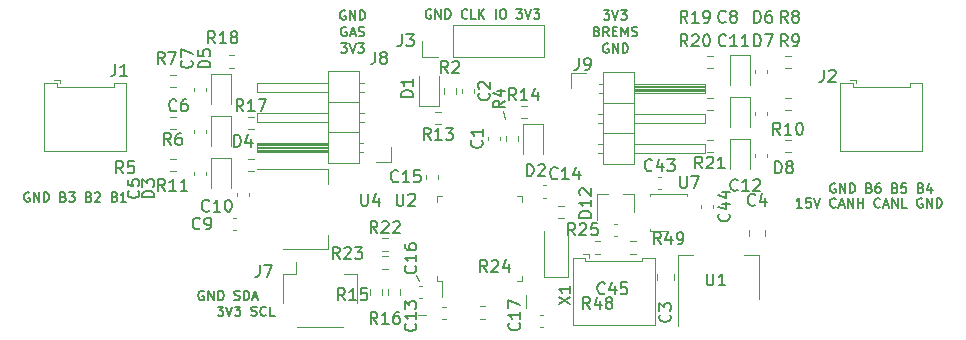
<source format=gbr>
%TF.GenerationSoftware,KiCad,Pcbnew,5.1.9-73d0e3b20d~88~ubuntu20.04.1*%
%TF.CreationDate,2021-02-21T12:43:02+01:00*%
%TF.ProjectId,input-board,696e7075-742d-4626-9f61-72642e6b6963,rev?*%
%TF.SameCoordinates,Original*%
%TF.FileFunction,Legend,Top*%
%TF.FilePolarity,Positive*%
%FSLAX46Y46*%
G04 Gerber Fmt 4.6, Leading zero omitted, Abs format (unit mm)*
G04 Created by KiCad (PCBNEW 5.1.9-73d0e3b20d~88~ubuntu20.04.1) date 2021-02-21 12:43:02*
%MOMM*%
%LPD*%
G01*
G04 APERTURE LIST*
%ADD10C,0.150000*%
%ADD11C,0.200000*%
%ADD12C,0.120000*%
G04 APERTURE END LIST*
D10*
X160804761Y-37611904D02*
X160347619Y-37611904D01*
X160576190Y-37611904D02*
X160576190Y-36811904D01*
X160500000Y-36926190D01*
X160423809Y-37002380D01*
X160347619Y-37040476D01*
X161528571Y-36811904D02*
X161147619Y-36811904D01*
X161109523Y-37192857D01*
X161147619Y-37154761D01*
X161223809Y-37116666D01*
X161414285Y-37116666D01*
X161490476Y-37154761D01*
X161528571Y-37192857D01*
X161566666Y-37269047D01*
X161566666Y-37459523D01*
X161528571Y-37535714D01*
X161490476Y-37573809D01*
X161414285Y-37611904D01*
X161223809Y-37611904D01*
X161147619Y-37573809D01*
X161109523Y-37535714D01*
X161795238Y-36811904D02*
X162061904Y-37611904D01*
X162328571Y-36811904D01*
X163661904Y-37535714D02*
X163623809Y-37573809D01*
X163509523Y-37611904D01*
X163433333Y-37611904D01*
X163319047Y-37573809D01*
X163242857Y-37497619D01*
X163204761Y-37421428D01*
X163166666Y-37269047D01*
X163166666Y-37154761D01*
X163204761Y-37002380D01*
X163242857Y-36926190D01*
X163319047Y-36850000D01*
X163433333Y-36811904D01*
X163509523Y-36811904D01*
X163623809Y-36850000D01*
X163661904Y-36888095D01*
X163966666Y-37383333D02*
X164347619Y-37383333D01*
X163890476Y-37611904D02*
X164157142Y-36811904D01*
X164423809Y-37611904D01*
X164690476Y-37611904D02*
X164690476Y-36811904D01*
X165147619Y-37611904D01*
X165147619Y-36811904D01*
X165528571Y-37611904D02*
X165528571Y-36811904D01*
X165528571Y-37192857D02*
X165985714Y-37192857D01*
X165985714Y-37611904D02*
X165985714Y-36811904D01*
X167433333Y-37535714D02*
X167395238Y-37573809D01*
X167280952Y-37611904D01*
X167204761Y-37611904D01*
X167090476Y-37573809D01*
X167014285Y-37497619D01*
X166976190Y-37421428D01*
X166938095Y-37269047D01*
X166938095Y-37154761D01*
X166976190Y-37002380D01*
X167014285Y-36926190D01*
X167090476Y-36850000D01*
X167204761Y-36811904D01*
X167280952Y-36811904D01*
X167395238Y-36850000D01*
X167433333Y-36888095D01*
X167738095Y-37383333D02*
X168119047Y-37383333D01*
X167661904Y-37611904D02*
X167928571Y-36811904D01*
X168195238Y-37611904D01*
X168461904Y-37611904D02*
X168461904Y-36811904D01*
X168919047Y-37611904D01*
X168919047Y-36811904D01*
X169680952Y-37611904D02*
X169300000Y-37611904D01*
X169300000Y-36811904D01*
X170976190Y-36850000D02*
X170900000Y-36811904D01*
X170785714Y-36811904D01*
X170671428Y-36850000D01*
X170595238Y-36926190D01*
X170557142Y-37002380D01*
X170519047Y-37154761D01*
X170519047Y-37269047D01*
X170557142Y-37421428D01*
X170595238Y-37497619D01*
X170671428Y-37573809D01*
X170785714Y-37611904D01*
X170861904Y-37611904D01*
X170976190Y-37573809D01*
X171014285Y-37535714D01*
X171014285Y-37269047D01*
X170861904Y-37269047D01*
X171357142Y-37611904D02*
X171357142Y-36811904D01*
X171814285Y-37611904D01*
X171814285Y-36811904D01*
X172195238Y-37611904D02*
X172195238Y-36811904D01*
X172385714Y-36811904D01*
X172500000Y-36850000D01*
X172576190Y-36926190D01*
X172614285Y-37002380D01*
X172652380Y-37154761D01*
X172652380Y-37269047D01*
X172614285Y-37421428D01*
X172576190Y-37497619D01*
X172500000Y-37573809D01*
X172385714Y-37611904D01*
X172195238Y-37611904D01*
X110157142Y-44675000D02*
X110080952Y-44636904D01*
X109966666Y-44636904D01*
X109852380Y-44675000D01*
X109776190Y-44751190D01*
X109738095Y-44827380D01*
X109700000Y-44979761D01*
X109700000Y-45094047D01*
X109738095Y-45246428D01*
X109776190Y-45322619D01*
X109852380Y-45398809D01*
X109966666Y-45436904D01*
X110042857Y-45436904D01*
X110157142Y-45398809D01*
X110195238Y-45360714D01*
X110195238Y-45094047D01*
X110042857Y-45094047D01*
X110538095Y-45436904D02*
X110538095Y-44636904D01*
X110995238Y-45436904D01*
X110995238Y-44636904D01*
X111376190Y-45436904D02*
X111376190Y-44636904D01*
X111566666Y-44636904D01*
X111680952Y-44675000D01*
X111757142Y-44751190D01*
X111795238Y-44827380D01*
X111833333Y-44979761D01*
X111833333Y-45094047D01*
X111795238Y-45246428D01*
X111757142Y-45322619D01*
X111680952Y-45398809D01*
X111566666Y-45436904D01*
X111376190Y-45436904D01*
X112747619Y-45398809D02*
X112861904Y-45436904D01*
X113052380Y-45436904D01*
X113128571Y-45398809D01*
X113166666Y-45360714D01*
X113204761Y-45284523D01*
X113204761Y-45208333D01*
X113166666Y-45132142D01*
X113128571Y-45094047D01*
X113052380Y-45055952D01*
X112900000Y-45017857D01*
X112823809Y-44979761D01*
X112785714Y-44941666D01*
X112747619Y-44865476D01*
X112747619Y-44789285D01*
X112785714Y-44713095D01*
X112823809Y-44675000D01*
X112900000Y-44636904D01*
X113090476Y-44636904D01*
X113204761Y-44675000D01*
X113547619Y-45436904D02*
X113547619Y-44636904D01*
X113738095Y-44636904D01*
X113852380Y-44675000D01*
X113928571Y-44751190D01*
X113966666Y-44827380D01*
X114004761Y-44979761D01*
X114004761Y-45094047D01*
X113966666Y-45246428D01*
X113928571Y-45322619D01*
X113852380Y-45398809D01*
X113738095Y-45436904D01*
X113547619Y-45436904D01*
X114309523Y-45208333D02*
X114690476Y-45208333D01*
X114233333Y-45436904D02*
X114500000Y-44636904D01*
X114766666Y-45436904D01*
X111319047Y-45986904D02*
X111814285Y-45986904D01*
X111547619Y-46291666D01*
X111661904Y-46291666D01*
X111738095Y-46329761D01*
X111776190Y-46367857D01*
X111814285Y-46444047D01*
X111814285Y-46634523D01*
X111776190Y-46710714D01*
X111738095Y-46748809D01*
X111661904Y-46786904D01*
X111433333Y-46786904D01*
X111357142Y-46748809D01*
X111319047Y-46710714D01*
X112042857Y-45986904D02*
X112309523Y-46786904D01*
X112576190Y-45986904D01*
X112766666Y-45986904D02*
X113261904Y-45986904D01*
X112995238Y-46291666D01*
X113109523Y-46291666D01*
X113185714Y-46329761D01*
X113223809Y-46367857D01*
X113261904Y-46444047D01*
X113261904Y-46634523D01*
X113223809Y-46710714D01*
X113185714Y-46748809D01*
X113109523Y-46786904D01*
X112880952Y-46786904D01*
X112804761Y-46748809D01*
X112766666Y-46710714D01*
X114176190Y-46748809D02*
X114290476Y-46786904D01*
X114480952Y-46786904D01*
X114557142Y-46748809D01*
X114595238Y-46710714D01*
X114633333Y-46634523D01*
X114633333Y-46558333D01*
X114595238Y-46482142D01*
X114557142Y-46444047D01*
X114480952Y-46405952D01*
X114328571Y-46367857D01*
X114252380Y-46329761D01*
X114214285Y-46291666D01*
X114176190Y-46215476D01*
X114176190Y-46139285D01*
X114214285Y-46063095D01*
X114252380Y-46025000D01*
X114328571Y-45986904D01*
X114519047Y-45986904D01*
X114633333Y-46025000D01*
X115433333Y-46710714D02*
X115395238Y-46748809D01*
X115280952Y-46786904D01*
X115204761Y-46786904D01*
X115090476Y-46748809D01*
X115014285Y-46672619D01*
X114976190Y-46596428D01*
X114938095Y-46444047D01*
X114938095Y-46329761D01*
X114976190Y-46177380D01*
X115014285Y-46101190D01*
X115090476Y-46025000D01*
X115204761Y-45986904D01*
X115280952Y-45986904D01*
X115395238Y-46025000D01*
X115433333Y-46063095D01*
X116157142Y-46786904D02*
X115776190Y-46786904D01*
X115776190Y-45986904D01*
D11*
X129388095Y-20850000D02*
X129311904Y-20811904D01*
X129197619Y-20811904D01*
X129083333Y-20850000D01*
X129007142Y-20926190D01*
X128969047Y-21002380D01*
X128930952Y-21154761D01*
X128930952Y-21269047D01*
X128969047Y-21421428D01*
X129007142Y-21497619D01*
X129083333Y-21573809D01*
X129197619Y-21611904D01*
X129273809Y-21611904D01*
X129388095Y-21573809D01*
X129426190Y-21535714D01*
X129426190Y-21269047D01*
X129273809Y-21269047D01*
X129769047Y-21611904D02*
X129769047Y-20811904D01*
X130226190Y-21611904D01*
X130226190Y-20811904D01*
X130607142Y-21611904D02*
X130607142Y-20811904D01*
X130797619Y-20811904D01*
X130911904Y-20850000D01*
X130988095Y-20926190D01*
X131026190Y-21002380D01*
X131064285Y-21154761D01*
X131064285Y-21269047D01*
X131026190Y-21421428D01*
X130988095Y-21497619D01*
X130911904Y-21573809D01*
X130797619Y-21611904D01*
X130607142Y-21611904D01*
X132473809Y-21535714D02*
X132435714Y-21573809D01*
X132321428Y-21611904D01*
X132245238Y-21611904D01*
X132130952Y-21573809D01*
X132054761Y-21497619D01*
X132016666Y-21421428D01*
X131978571Y-21269047D01*
X131978571Y-21154761D01*
X132016666Y-21002380D01*
X132054761Y-20926190D01*
X132130952Y-20850000D01*
X132245238Y-20811904D01*
X132321428Y-20811904D01*
X132435714Y-20850000D01*
X132473809Y-20888095D01*
X133197619Y-21611904D02*
X132816666Y-21611904D01*
X132816666Y-20811904D01*
X133464285Y-21611904D02*
X133464285Y-20811904D01*
X133921428Y-21611904D02*
X133578571Y-21154761D01*
X133921428Y-20811904D02*
X133464285Y-21269047D01*
X134873809Y-21611904D02*
X134873809Y-20811904D01*
X135407142Y-20811904D02*
X135559523Y-20811904D01*
X135635714Y-20850000D01*
X135711904Y-20926190D01*
X135750000Y-21078571D01*
X135750000Y-21345238D01*
X135711904Y-21497619D01*
X135635714Y-21573809D01*
X135559523Y-21611904D01*
X135407142Y-21611904D01*
X135330952Y-21573809D01*
X135254761Y-21497619D01*
X135216666Y-21345238D01*
X135216666Y-21078571D01*
X135254761Y-20926190D01*
X135330952Y-20850000D01*
X135407142Y-20811904D01*
X136626190Y-20811904D02*
X137121428Y-20811904D01*
X136854761Y-21116666D01*
X136969047Y-21116666D01*
X137045238Y-21154761D01*
X137083333Y-21192857D01*
X137121428Y-21269047D01*
X137121428Y-21459523D01*
X137083333Y-21535714D01*
X137045238Y-21573809D01*
X136969047Y-21611904D01*
X136740476Y-21611904D01*
X136664285Y-21573809D01*
X136626190Y-21535714D01*
X137350000Y-20811904D02*
X137616666Y-21611904D01*
X137883333Y-20811904D01*
X138073809Y-20811904D02*
X138569047Y-20811904D01*
X138302380Y-21116666D01*
X138416666Y-21116666D01*
X138492857Y-21154761D01*
X138530952Y-21192857D01*
X138569047Y-21269047D01*
X138569047Y-21459523D01*
X138530952Y-21535714D01*
X138492857Y-21573809D01*
X138416666Y-21611904D01*
X138188095Y-21611904D01*
X138111904Y-21573809D01*
X138073809Y-21535714D01*
D10*
X95383333Y-36350000D02*
X95307142Y-36311904D01*
X95192857Y-36311904D01*
X95078571Y-36350000D01*
X95002380Y-36426190D01*
X94964285Y-36502380D01*
X94926190Y-36654761D01*
X94926190Y-36769047D01*
X94964285Y-36921428D01*
X95002380Y-36997619D01*
X95078571Y-37073809D01*
X95192857Y-37111904D01*
X95269047Y-37111904D01*
X95383333Y-37073809D01*
X95421428Y-37035714D01*
X95421428Y-36769047D01*
X95269047Y-36769047D01*
X95764285Y-37111904D02*
X95764285Y-36311904D01*
X96221428Y-37111904D01*
X96221428Y-36311904D01*
X96602380Y-37111904D02*
X96602380Y-36311904D01*
X96792857Y-36311904D01*
X96907142Y-36350000D01*
X96983333Y-36426190D01*
X97021428Y-36502380D01*
X97059523Y-36654761D01*
X97059523Y-36769047D01*
X97021428Y-36921428D01*
X96983333Y-36997619D01*
X96907142Y-37073809D01*
X96792857Y-37111904D01*
X96602380Y-37111904D01*
X98278571Y-36692857D02*
X98392857Y-36730952D01*
X98430952Y-36769047D01*
X98469047Y-36845238D01*
X98469047Y-36959523D01*
X98430952Y-37035714D01*
X98392857Y-37073809D01*
X98316666Y-37111904D01*
X98011904Y-37111904D01*
X98011904Y-36311904D01*
X98278571Y-36311904D01*
X98354761Y-36350000D01*
X98392857Y-36388095D01*
X98430952Y-36464285D01*
X98430952Y-36540476D01*
X98392857Y-36616666D01*
X98354761Y-36654761D01*
X98278571Y-36692857D01*
X98011904Y-36692857D01*
X98735714Y-36311904D02*
X99230952Y-36311904D01*
X98964285Y-36616666D01*
X99078571Y-36616666D01*
X99154761Y-36654761D01*
X99192857Y-36692857D01*
X99230952Y-36769047D01*
X99230952Y-36959523D01*
X99192857Y-37035714D01*
X99154761Y-37073809D01*
X99078571Y-37111904D01*
X98850000Y-37111904D01*
X98773809Y-37073809D01*
X98735714Y-37035714D01*
X100450000Y-36692857D02*
X100564285Y-36730952D01*
X100602380Y-36769047D01*
X100640476Y-36845238D01*
X100640476Y-36959523D01*
X100602380Y-37035714D01*
X100564285Y-37073809D01*
X100488095Y-37111904D01*
X100183333Y-37111904D01*
X100183333Y-36311904D01*
X100450000Y-36311904D01*
X100526190Y-36350000D01*
X100564285Y-36388095D01*
X100602380Y-36464285D01*
X100602380Y-36540476D01*
X100564285Y-36616666D01*
X100526190Y-36654761D01*
X100450000Y-36692857D01*
X100183333Y-36692857D01*
X100945238Y-36388095D02*
X100983333Y-36350000D01*
X101059523Y-36311904D01*
X101250000Y-36311904D01*
X101326190Y-36350000D01*
X101364285Y-36388095D01*
X101402380Y-36464285D01*
X101402380Y-36540476D01*
X101364285Y-36654761D01*
X100907142Y-37111904D01*
X101402380Y-37111904D01*
X102621428Y-36692857D02*
X102735714Y-36730952D01*
X102773809Y-36769047D01*
X102811904Y-36845238D01*
X102811904Y-36959523D01*
X102773809Y-37035714D01*
X102735714Y-37073809D01*
X102659523Y-37111904D01*
X102354761Y-37111904D01*
X102354761Y-36311904D01*
X102621428Y-36311904D01*
X102697619Y-36350000D01*
X102735714Y-36388095D01*
X102773809Y-36464285D01*
X102773809Y-36540476D01*
X102735714Y-36616666D01*
X102697619Y-36654761D01*
X102621428Y-36692857D01*
X102354761Y-36692857D01*
X103573809Y-37111904D02*
X103116666Y-37111904D01*
X103345238Y-37111904D02*
X103345238Y-36311904D01*
X103269047Y-36426190D01*
X103192857Y-36502380D01*
X103116666Y-36540476D01*
X163633333Y-35600000D02*
X163557142Y-35561904D01*
X163442857Y-35561904D01*
X163328571Y-35600000D01*
X163252380Y-35676190D01*
X163214285Y-35752380D01*
X163176190Y-35904761D01*
X163176190Y-36019047D01*
X163214285Y-36171428D01*
X163252380Y-36247619D01*
X163328571Y-36323809D01*
X163442857Y-36361904D01*
X163519047Y-36361904D01*
X163633333Y-36323809D01*
X163671428Y-36285714D01*
X163671428Y-36019047D01*
X163519047Y-36019047D01*
X164014285Y-36361904D02*
X164014285Y-35561904D01*
X164471428Y-36361904D01*
X164471428Y-35561904D01*
X164852380Y-36361904D02*
X164852380Y-35561904D01*
X165042857Y-35561904D01*
X165157142Y-35600000D01*
X165233333Y-35676190D01*
X165271428Y-35752380D01*
X165309523Y-35904761D01*
X165309523Y-36019047D01*
X165271428Y-36171428D01*
X165233333Y-36247619D01*
X165157142Y-36323809D01*
X165042857Y-36361904D01*
X164852380Y-36361904D01*
X166528571Y-35942857D02*
X166642857Y-35980952D01*
X166680952Y-36019047D01*
X166719047Y-36095238D01*
X166719047Y-36209523D01*
X166680952Y-36285714D01*
X166642857Y-36323809D01*
X166566666Y-36361904D01*
X166261904Y-36361904D01*
X166261904Y-35561904D01*
X166528571Y-35561904D01*
X166604761Y-35600000D01*
X166642857Y-35638095D01*
X166680952Y-35714285D01*
X166680952Y-35790476D01*
X166642857Y-35866666D01*
X166604761Y-35904761D01*
X166528571Y-35942857D01*
X166261904Y-35942857D01*
X167404761Y-35561904D02*
X167252380Y-35561904D01*
X167176190Y-35600000D01*
X167138095Y-35638095D01*
X167061904Y-35752380D01*
X167023809Y-35904761D01*
X167023809Y-36209523D01*
X167061904Y-36285714D01*
X167100000Y-36323809D01*
X167176190Y-36361904D01*
X167328571Y-36361904D01*
X167404761Y-36323809D01*
X167442857Y-36285714D01*
X167480952Y-36209523D01*
X167480952Y-36019047D01*
X167442857Y-35942857D01*
X167404761Y-35904761D01*
X167328571Y-35866666D01*
X167176190Y-35866666D01*
X167100000Y-35904761D01*
X167061904Y-35942857D01*
X167023809Y-36019047D01*
X168700000Y-35942857D02*
X168814285Y-35980952D01*
X168852380Y-36019047D01*
X168890476Y-36095238D01*
X168890476Y-36209523D01*
X168852380Y-36285714D01*
X168814285Y-36323809D01*
X168738095Y-36361904D01*
X168433333Y-36361904D01*
X168433333Y-35561904D01*
X168700000Y-35561904D01*
X168776190Y-35600000D01*
X168814285Y-35638095D01*
X168852380Y-35714285D01*
X168852380Y-35790476D01*
X168814285Y-35866666D01*
X168776190Y-35904761D01*
X168700000Y-35942857D01*
X168433333Y-35942857D01*
X169614285Y-35561904D02*
X169233333Y-35561904D01*
X169195238Y-35942857D01*
X169233333Y-35904761D01*
X169309523Y-35866666D01*
X169500000Y-35866666D01*
X169576190Y-35904761D01*
X169614285Y-35942857D01*
X169652380Y-36019047D01*
X169652380Y-36209523D01*
X169614285Y-36285714D01*
X169576190Y-36323809D01*
X169500000Y-36361904D01*
X169309523Y-36361904D01*
X169233333Y-36323809D01*
X169195238Y-36285714D01*
X170871428Y-35942857D02*
X170985714Y-35980952D01*
X171023809Y-36019047D01*
X171061904Y-36095238D01*
X171061904Y-36209523D01*
X171023809Y-36285714D01*
X170985714Y-36323809D01*
X170909523Y-36361904D01*
X170604761Y-36361904D01*
X170604761Y-35561904D01*
X170871428Y-35561904D01*
X170947619Y-35600000D01*
X170985714Y-35638095D01*
X171023809Y-35714285D01*
X171023809Y-35790476D01*
X170985714Y-35866666D01*
X170947619Y-35904761D01*
X170871428Y-35942857D01*
X170604761Y-35942857D01*
X171747619Y-35828571D02*
X171747619Y-36361904D01*
X171557142Y-35523809D02*
X171366666Y-36095238D01*
X171861904Y-36095238D01*
D11*
X144009523Y-20911904D02*
X144504761Y-20911904D01*
X144238095Y-21216666D01*
X144352380Y-21216666D01*
X144428571Y-21254761D01*
X144466666Y-21292857D01*
X144504761Y-21369047D01*
X144504761Y-21559523D01*
X144466666Y-21635714D01*
X144428571Y-21673809D01*
X144352380Y-21711904D01*
X144123809Y-21711904D01*
X144047619Y-21673809D01*
X144009523Y-21635714D01*
X144733333Y-20911904D02*
X145000000Y-21711904D01*
X145266666Y-20911904D01*
X145457142Y-20911904D02*
X145952380Y-20911904D01*
X145685714Y-21216666D01*
X145800000Y-21216666D01*
X145876190Y-21254761D01*
X145914285Y-21292857D01*
X145952380Y-21369047D01*
X145952380Y-21559523D01*
X145914285Y-21635714D01*
X145876190Y-21673809D01*
X145800000Y-21711904D01*
X145571428Y-21711904D01*
X145495238Y-21673809D01*
X145457142Y-21635714D01*
X143457142Y-22692857D02*
X143571428Y-22730952D01*
X143609523Y-22769047D01*
X143647619Y-22845238D01*
X143647619Y-22959523D01*
X143609523Y-23035714D01*
X143571428Y-23073809D01*
X143495238Y-23111904D01*
X143190476Y-23111904D01*
X143190476Y-22311904D01*
X143457142Y-22311904D01*
X143533333Y-22350000D01*
X143571428Y-22388095D01*
X143609523Y-22464285D01*
X143609523Y-22540476D01*
X143571428Y-22616666D01*
X143533333Y-22654761D01*
X143457142Y-22692857D01*
X143190476Y-22692857D01*
X144447619Y-23111904D02*
X144180952Y-22730952D01*
X143990476Y-23111904D02*
X143990476Y-22311904D01*
X144295238Y-22311904D01*
X144371428Y-22350000D01*
X144409523Y-22388095D01*
X144447619Y-22464285D01*
X144447619Y-22578571D01*
X144409523Y-22654761D01*
X144371428Y-22692857D01*
X144295238Y-22730952D01*
X143990476Y-22730952D01*
X144790476Y-22692857D02*
X145057142Y-22692857D01*
X145171428Y-23111904D02*
X144790476Y-23111904D01*
X144790476Y-22311904D01*
X145171428Y-22311904D01*
X145514285Y-23111904D02*
X145514285Y-22311904D01*
X145780952Y-22883333D01*
X146047619Y-22311904D01*
X146047619Y-23111904D01*
X146390476Y-23073809D02*
X146504761Y-23111904D01*
X146695238Y-23111904D01*
X146771428Y-23073809D01*
X146809523Y-23035714D01*
X146847619Y-22959523D01*
X146847619Y-22883333D01*
X146809523Y-22807142D01*
X146771428Y-22769047D01*
X146695238Y-22730952D01*
X146542857Y-22692857D01*
X146466666Y-22654761D01*
X146428571Y-22616666D01*
X146390476Y-22540476D01*
X146390476Y-22464285D01*
X146428571Y-22388095D01*
X146466666Y-22350000D01*
X146542857Y-22311904D01*
X146733333Y-22311904D01*
X146847619Y-22350000D01*
X144390476Y-23750000D02*
X144314285Y-23711904D01*
X144200000Y-23711904D01*
X144085714Y-23750000D01*
X144009523Y-23826190D01*
X143971428Y-23902380D01*
X143933333Y-24054761D01*
X143933333Y-24169047D01*
X143971428Y-24321428D01*
X144009523Y-24397619D01*
X144085714Y-24473809D01*
X144200000Y-24511904D01*
X144276190Y-24511904D01*
X144390476Y-24473809D01*
X144428571Y-24435714D01*
X144428571Y-24169047D01*
X144276190Y-24169047D01*
X144771428Y-24511904D02*
X144771428Y-23711904D01*
X145228571Y-24511904D01*
X145228571Y-23711904D01*
X145609523Y-24511904D02*
X145609523Y-23711904D01*
X145800000Y-23711904D01*
X145914285Y-23750000D01*
X145990476Y-23826190D01*
X146028571Y-23902380D01*
X146066666Y-24054761D01*
X146066666Y-24169047D01*
X146028571Y-24321428D01*
X145990476Y-24397619D01*
X145914285Y-24473809D01*
X145800000Y-24511904D01*
X145609523Y-24511904D01*
X122140476Y-20950000D02*
X122064285Y-20911904D01*
X121950000Y-20911904D01*
X121835714Y-20950000D01*
X121759523Y-21026190D01*
X121721428Y-21102380D01*
X121683333Y-21254761D01*
X121683333Y-21369047D01*
X121721428Y-21521428D01*
X121759523Y-21597619D01*
X121835714Y-21673809D01*
X121950000Y-21711904D01*
X122026190Y-21711904D01*
X122140476Y-21673809D01*
X122178571Y-21635714D01*
X122178571Y-21369047D01*
X122026190Y-21369047D01*
X122521428Y-21711904D02*
X122521428Y-20911904D01*
X122978571Y-21711904D01*
X122978571Y-20911904D01*
X123359523Y-21711904D02*
X123359523Y-20911904D01*
X123550000Y-20911904D01*
X123664285Y-20950000D01*
X123740476Y-21026190D01*
X123778571Y-21102380D01*
X123816666Y-21254761D01*
X123816666Y-21369047D01*
X123778571Y-21521428D01*
X123740476Y-21597619D01*
X123664285Y-21673809D01*
X123550000Y-21711904D01*
X123359523Y-21711904D01*
X122235714Y-22350000D02*
X122159523Y-22311904D01*
X122045238Y-22311904D01*
X121930952Y-22350000D01*
X121854761Y-22426190D01*
X121816666Y-22502380D01*
X121778571Y-22654761D01*
X121778571Y-22769047D01*
X121816666Y-22921428D01*
X121854761Y-22997619D01*
X121930952Y-23073809D01*
X122045238Y-23111904D01*
X122121428Y-23111904D01*
X122235714Y-23073809D01*
X122273809Y-23035714D01*
X122273809Y-22769047D01*
X122121428Y-22769047D01*
X122578571Y-22883333D02*
X122959523Y-22883333D01*
X122502380Y-23111904D02*
X122769047Y-22311904D01*
X123035714Y-23111904D01*
X123264285Y-23073809D02*
X123378571Y-23111904D01*
X123569047Y-23111904D01*
X123645238Y-23073809D01*
X123683333Y-23035714D01*
X123721428Y-22959523D01*
X123721428Y-22883333D01*
X123683333Y-22807142D01*
X123645238Y-22769047D01*
X123569047Y-22730952D01*
X123416666Y-22692857D01*
X123340476Y-22654761D01*
X123302380Y-22616666D01*
X123264285Y-22540476D01*
X123264285Y-22464285D01*
X123302380Y-22388095D01*
X123340476Y-22350000D01*
X123416666Y-22311904D01*
X123607142Y-22311904D01*
X123721428Y-22350000D01*
X121759523Y-23711904D02*
X122254761Y-23711904D01*
X121988095Y-24016666D01*
X122102380Y-24016666D01*
X122178571Y-24054761D01*
X122216666Y-24092857D01*
X122254761Y-24169047D01*
X122254761Y-24359523D01*
X122216666Y-24435714D01*
X122178571Y-24473809D01*
X122102380Y-24511904D01*
X121873809Y-24511904D01*
X121797619Y-24473809D01*
X121759523Y-24435714D01*
X122483333Y-23711904D02*
X122750000Y-24511904D01*
X123016666Y-23711904D01*
X123207142Y-23711904D02*
X123702380Y-23711904D01*
X123435714Y-24016666D01*
X123550000Y-24016666D01*
X123626190Y-24054761D01*
X123664285Y-24092857D01*
X123702380Y-24169047D01*
X123702380Y-24359523D01*
X123664285Y-24435714D01*
X123626190Y-24473809D01*
X123550000Y-24511904D01*
X123321428Y-24511904D01*
X123245238Y-24473809D01*
X123207142Y-24435714D01*
D12*
X135700000Y-30100000D02*
X135500000Y-29400000D01*
X128100000Y-43300000D02*
X128400000Y-43800000D01*
X128300000Y-46700000D02*
X129000000Y-46700000D01*
%TO.C,J1*%
X98000000Y-27100000D02*
X98000000Y-26800000D01*
X98000000Y-26800000D02*
X97500000Y-26800000D01*
X100125000Y-27390000D02*
X97710000Y-27390000D01*
X97710000Y-27390000D02*
X97710000Y-27090000D01*
X97710000Y-27090000D02*
X96640000Y-27090000D01*
X96640000Y-27090000D02*
X96640000Y-32810000D01*
X96640000Y-32810000D02*
X100125000Y-32810000D01*
X100125000Y-27390000D02*
X102540000Y-27390000D01*
X102540000Y-27390000D02*
X102540000Y-27090000D01*
X102540000Y-27090000D02*
X103610000Y-27090000D01*
X103610000Y-27090000D02*
X103610000Y-32810000D01*
X103610000Y-32810000D02*
X100125000Y-32810000D01*
%TO.C,U1*%
X157160000Y-41590000D02*
X155900000Y-41590000D01*
X150340000Y-41590000D02*
X151600000Y-41590000D01*
X157160000Y-45350000D02*
X157160000Y-41590000D01*
X150340000Y-47600000D02*
X150340000Y-41590000D01*
%TO.C,C4*%
X157710000Y-39491422D02*
X157710000Y-40008578D01*
X156290000Y-39491422D02*
X156290000Y-40008578D01*
%TO.C,C3*%
X149960000Y-43241422D02*
X149960000Y-43758578D01*
X148540000Y-43241422D02*
X148540000Y-43758578D01*
%TO.C,D9*%
X139000000Y-43500000D02*
X139000000Y-39600000D01*
X141000000Y-43500000D02*
X141000000Y-39600000D01*
X139000000Y-43500000D02*
X141000000Y-43500000D01*
%TO.C,X1*%
X137400000Y-45000000D02*
X137400000Y-46140000D01*
%TO.C,C17*%
X138890580Y-46740000D02*
X138609420Y-46740000D01*
X138890580Y-47760000D02*
X138609420Y-47760000D01*
%TO.C,D3*%
X112458000Y-33375000D02*
X112458000Y-35925000D01*
X110758000Y-33375000D02*
X110758000Y-35925000D01*
X112458000Y-33375000D02*
X110758000Y-33375000D01*
%TO.C,D5*%
X112458000Y-26263000D02*
X112458000Y-28813000D01*
X110758000Y-26263000D02*
X110758000Y-28813000D01*
X112458000Y-26263000D02*
X110758000Y-26263000D01*
%TO.C,J2*%
X170985000Y-32810000D02*
X167500000Y-32810000D01*
X170985000Y-27090000D02*
X170985000Y-32810000D01*
X169915000Y-27090000D02*
X170985000Y-27090000D01*
X169915000Y-27390000D02*
X169915000Y-27090000D01*
X167500000Y-27390000D02*
X169915000Y-27390000D01*
X164015000Y-32810000D02*
X167500000Y-32810000D01*
X164015000Y-27090000D02*
X164015000Y-32810000D01*
X165085000Y-27090000D02*
X164015000Y-27090000D01*
X165085000Y-27390000D02*
X165085000Y-27090000D01*
X167500000Y-27390000D02*
X165085000Y-27390000D01*
X165375000Y-26800000D02*
X164875000Y-26800000D01*
X165375000Y-27100000D02*
X165375000Y-26800000D01*
%TO.C,J12*%
X142750000Y-41850000D02*
X142750000Y-41550000D01*
X142750000Y-41550000D02*
X142250000Y-41550000D01*
X144875000Y-42140000D02*
X142460000Y-42140000D01*
X142460000Y-42140000D02*
X142460000Y-41840000D01*
X142460000Y-41840000D02*
X141390000Y-41840000D01*
X141390000Y-41840000D02*
X141390000Y-47560000D01*
X141390000Y-47560000D02*
X144875000Y-47560000D01*
X144875000Y-42140000D02*
X147290000Y-42140000D01*
X147290000Y-42140000D02*
X147290000Y-41840000D01*
X147290000Y-41840000D02*
X148360000Y-41840000D01*
X148360000Y-41840000D02*
X148360000Y-47560000D01*
X148360000Y-47560000D02*
X144875000Y-47560000D01*
%TO.C,U7*%
X147940000Y-36440000D02*
X147940000Y-36590000D01*
X151060000Y-36440000D02*
X147940000Y-36440000D01*
X149500000Y-39560000D02*
X147940000Y-39560000D01*
X151060000Y-36440000D02*
X151060000Y-36590000D01*
X147940000Y-39560000D02*
X147940000Y-39410000D01*
%TO.C,U4*%
X120660000Y-41160000D02*
X120660000Y-39900000D01*
X120660000Y-34340000D02*
X120660000Y-35600000D01*
X116900000Y-41160000D02*
X120660000Y-41160000D01*
X114650000Y-34340000D02*
X120660000Y-34340000D01*
%TO.C,U2*%
X130317000Y-43869000D02*
X130317000Y-45159000D01*
X129867000Y-43869000D02*
X130317000Y-43869000D01*
X129867000Y-43419000D02*
X129867000Y-43869000D01*
X129867000Y-36649000D02*
X130317000Y-36649000D01*
X129867000Y-37099000D02*
X129867000Y-36649000D01*
X137087000Y-43869000D02*
X136637000Y-43869000D01*
X137087000Y-43419000D02*
X137087000Y-43869000D01*
X137087000Y-36649000D02*
X136637000Y-36649000D01*
X137087000Y-37099000D02*
X137087000Y-36649000D01*
%TO.C,R49*%
X146262742Y-40477500D02*
X146737258Y-40477500D01*
X146262742Y-41522500D02*
X146737258Y-41522500D01*
%TO.C,R48*%
X143262742Y-40477500D02*
X143737258Y-40477500D01*
X143262742Y-41522500D02*
X143737258Y-41522500D01*
%TO.C,R25*%
X140662258Y-38522500D02*
X140187742Y-38522500D01*
X140662258Y-37477500D02*
X140187742Y-37477500D01*
%TO.C,R24*%
X133512742Y-45977500D02*
X133987258Y-45977500D01*
X133512742Y-47022500D02*
X133987258Y-47022500D01*
%TO.C,R23*%
X125737258Y-42772500D02*
X125262742Y-42772500D01*
X125737258Y-41727500D02*
X125262742Y-41727500D01*
%TO.C,R22*%
X125262742Y-40227500D02*
X125737258Y-40227500D01*
X125262742Y-41272500D02*
X125737258Y-41272500D01*
%TO.C,R21*%
X153239258Y-31895500D02*
X152764742Y-31895500D01*
X153239258Y-32940500D02*
X152764742Y-32940500D01*
%TO.C,R20*%
X153239258Y-28339500D02*
X152764742Y-28339500D01*
X153239258Y-29384500D02*
X152764742Y-29384500D01*
%TO.C,R19*%
X153239258Y-24783500D02*
X152764742Y-24783500D01*
X153239258Y-25828500D02*
X152764742Y-25828500D01*
%TO.C,R18*%
X112262742Y-25772500D02*
X112737258Y-25772500D01*
X112262742Y-24727500D02*
X112737258Y-24727500D01*
%TO.C,R17*%
X113910742Y-30952500D02*
X114385258Y-30952500D01*
X113910742Y-29907500D02*
X114385258Y-29907500D01*
%TO.C,R16*%
X126772500Y-44512742D02*
X126772500Y-44987258D01*
X125727500Y-44512742D02*
X125727500Y-44987258D01*
%TO.C,R15*%
X125272500Y-44512742D02*
X125272500Y-44987258D01*
X124227500Y-44512742D02*
X124227500Y-44987258D01*
%TO.C,R14*%
X137012742Y-28977500D02*
X137487258Y-28977500D01*
X137012742Y-30022500D02*
X137487258Y-30022500D01*
%TO.C,R13*%
X130237258Y-30522500D02*
X129762742Y-30522500D01*
X130237258Y-29477500D02*
X129762742Y-29477500D01*
%TO.C,R11*%
X113910742Y-34508500D02*
X114385258Y-34508500D01*
X113910742Y-33463500D02*
X114385258Y-33463500D01*
%TO.C,R10*%
X159368742Y-32940500D02*
X159843258Y-32940500D01*
X159368742Y-31895500D02*
X159843258Y-31895500D01*
%TO.C,R9*%
X159368742Y-29384500D02*
X159843258Y-29384500D01*
X159368742Y-28339500D02*
X159843258Y-28339500D01*
%TO.C,R8*%
X159368742Y-25828500D02*
X159843258Y-25828500D01*
X159368742Y-24783500D02*
X159843258Y-24783500D01*
%TO.C,R7*%
X107781258Y-26351500D02*
X107306742Y-26351500D01*
X107781258Y-27396500D02*
X107306742Y-27396500D01*
%TO.C,R6*%
X107781258Y-29907500D02*
X107306742Y-29907500D01*
X107781258Y-30952500D02*
X107306742Y-30952500D01*
%TO.C,R5*%
X107781258Y-33463500D02*
X107306742Y-33463500D01*
X107781258Y-34508500D02*
X107306742Y-34508500D01*
%TO.C,R4*%
X136772500Y-31512742D02*
X136772500Y-31987258D01*
X135727500Y-31512742D02*
X135727500Y-31987258D01*
%TO.C,R2*%
X130477500Y-27987258D02*
X130477500Y-27512742D01*
X131522500Y-27987258D02*
X131522500Y-27512742D01*
%TO.C,J9*%
X143940000Y-26170000D02*
X143940000Y-33910000D01*
X143940000Y-33910000D02*
X146600000Y-33910000D01*
X146600000Y-33910000D02*
X146600000Y-26170000D01*
X146600000Y-26170000D02*
X143940000Y-26170000D01*
X146600000Y-27120000D02*
X152600000Y-27120000D01*
X152600000Y-27120000D02*
X152600000Y-27880000D01*
X152600000Y-27880000D02*
X146600000Y-27880000D01*
X146600000Y-27180000D02*
X152600000Y-27180000D01*
X146600000Y-27300000D02*
X152600000Y-27300000D01*
X146600000Y-27420000D02*
X152600000Y-27420000D01*
X146600000Y-27540000D02*
X152600000Y-27540000D01*
X146600000Y-27660000D02*
X152600000Y-27660000D01*
X146600000Y-27780000D02*
X152600000Y-27780000D01*
X143610000Y-27120000D02*
X143940000Y-27120000D01*
X143610000Y-27880000D02*
X143940000Y-27880000D01*
X143940000Y-28770000D02*
X146600000Y-28770000D01*
X146600000Y-29660000D02*
X152600000Y-29660000D01*
X152600000Y-29660000D02*
X152600000Y-30420000D01*
X152600000Y-30420000D02*
X146600000Y-30420000D01*
X143542929Y-29660000D02*
X143940000Y-29660000D01*
X143542929Y-30420000D02*
X143940000Y-30420000D01*
X143940000Y-31310000D02*
X146600000Y-31310000D01*
X146600000Y-32200000D02*
X152600000Y-32200000D01*
X152600000Y-32200000D02*
X152600000Y-32960000D01*
X152600000Y-32960000D02*
X146600000Y-32960000D01*
X143542929Y-32200000D02*
X143940000Y-32200000D01*
X143542929Y-32960000D02*
X143940000Y-32960000D01*
X141230000Y-27500000D02*
X141230000Y-26230000D01*
X141230000Y-26230000D02*
X142500000Y-26230000D01*
%TO.C,J8*%
X123310000Y-33830000D02*
X123310000Y-26090000D01*
X123310000Y-26090000D02*
X120650000Y-26090000D01*
X120650000Y-26090000D02*
X120650000Y-33830000D01*
X120650000Y-33830000D02*
X123310000Y-33830000D01*
X120650000Y-32880000D02*
X114650000Y-32880000D01*
X114650000Y-32880000D02*
X114650000Y-32120000D01*
X114650000Y-32120000D02*
X120650000Y-32120000D01*
X120650000Y-32820000D02*
X114650000Y-32820000D01*
X120650000Y-32700000D02*
X114650000Y-32700000D01*
X120650000Y-32580000D02*
X114650000Y-32580000D01*
X120650000Y-32460000D02*
X114650000Y-32460000D01*
X120650000Y-32340000D02*
X114650000Y-32340000D01*
X120650000Y-32220000D02*
X114650000Y-32220000D01*
X123640000Y-32880000D02*
X123310000Y-32880000D01*
X123640000Y-32120000D02*
X123310000Y-32120000D01*
X123310000Y-31230000D02*
X120650000Y-31230000D01*
X120650000Y-30340000D02*
X114650000Y-30340000D01*
X114650000Y-30340000D02*
X114650000Y-29580000D01*
X114650000Y-29580000D02*
X120650000Y-29580000D01*
X123707071Y-30340000D02*
X123310000Y-30340000D01*
X123707071Y-29580000D02*
X123310000Y-29580000D01*
X123310000Y-28690000D02*
X120650000Y-28690000D01*
X120650000Y-27800000D02*
X114650000Y-27800000D01*
X114650000Y-27800000D02*
X114650000Y-27040000D01*
X114650000Y-27040000D02*
X120650000Y-27040000D01*
X123707071Y-27800000D02*
X123310000Y-27800000D01*
X123707071Y-27040000D02*
X123310000Y-27040000D01*
X126020000Y-32500000D02*
X126020000Y-33770000D01*
X126020000Y-33770000D02*
X124750000Y-33770000D01*
%TO.C,J7*%
X116890000Y-45715000D02*
X116890000Y-43215000D01*
X116890000Y-43215000D02*
X117940000Y-43215000D01*
X117940000Y-43215000D02*
X117940000Y-42225000D01*
X123110000Y-45715000D02*
X123110000Y-43215000D01*
X123110000Y-43215000D02*
X122060000Y-43215000D01*
X118060000Y-47685000D02*
X121940000Y-47685000D01*
%TO.C,J3*%
X128670000Y-24830000D02*
X128670000Y-23500000D01*
X130000000Y-24830000D02*
X128670000Y-24830000D01*
X131270000Y-24830000D02*
X131270000Y-22170000D01*
X131270000Y-22170000D02*
X138950000Y-22170000D01*
X131270000Y-24830000D02*
X138950000Y-24830000D01*
X138950000Y-24830000D02*
X138950000Y-22170000D01*
%TO.C,D12*%
X146580000Y-36490000D02*
X145650000Y-36490000D01*
X143420000Y-36490000D02*
X144350000Y-36490000D01*
X143420000Y-36490000D02*
X143420000Y-38650000D01*
X146580000Y-36490000D02*
X146580000Y-37950000D01*
%TO.C,D8*%
X156392000Y-31807000D02*
X156392000Y-34357000D01*
X154692000Y-31807000D02*
X154692000Y-34357000D01*
X156392000Y-31807000D02*
X154692000Y-31807000D01*
%TO.C,D7*%
X156392000Y-28251000D02*
X156392000Y-30801000D01*
X154692000Y-28251000D02*
X154692000Y-30801000D01*
X156392000Y-28251000D02*
X154692000Y-28251000D01*
%TO.C,D6*%
X156392000Y-24695000D02*
X156392000Y-27245000D01*
X154692000Y-24695000D02*
X154692000Y-27245000D01*
X156392000Y-24695000D02*
X154692000Y-24695000D01*
%TO.C,D4*%
X112458000Y-29819000D02*
X112458000Y-32369000D01*
X110758000Y-29819000D02*
X110758000Y-32369000D01*
X112458000Y-29819000D02*
X110758000Y-29819000D01*
%TO.C,D2*%
X138850000Y-30500000D02*
X137150000Y-30500000D01*
X137150000Y-30500000D02*
X137150000Y-33050000D01*
X138850000Y-30500000D02*
X138850000Y-33050000D01*
%TO.C,D1*%
X128400000Y-29000000D02*
X130100000Y-29000000D01*
X130100000Y-29000000D02*
X130100000Y-26450000D01*
X128400000Y-29000000D02*
X128400000Y-26450000D01*
%TO.C,C45*%
X145140580Y-40010000D02*
X144859420Y-40010000D01*
X145140580Y-38990000D02*
X144859420Y-38990000D01*
%TO.C,C44*%
X153260000Y-37359420D02*
X153260000Y-37640580D01*
X152240000Y-37359420D02*
X152240000Y-37640580D01*
%TO.C,C43*%
X148609420Y-34990000D02*
X148890580Y-34990000D01*
X148609420Y-36010000D02*
X148890580Y-36010000D01*
%TO.C,C16*%
X128359420Y-44240000D02*
X128640580Y-44240000D01*
X128359420Y-45260000D02*
X128640580Y-45260000D01*
%TO.C,C15*%
X130010000Y-34884420D02*
X130010000Y-35165580D01*
X128990000Y-34884420D02*
X128990000Y-35165580D01*
%TO.C,C14*%
X139140580Y-36760000D02*
X138859420Y-36760000D01*
X139140580Y-35740000D02*
X138859420Y-35740000D01*
%TO.C,C13*%
X130359420Y-45990000D02*
X130640580Y-45990000D01*
X130359420Y-47010000D02*
X130640580Y-47010000D01*
%TO.C,C12*%
X157830000Y-33320580D02*
X157830000Y-33039420D01*
X156810000Y-33320580D02*
X156810000Y-33039420D01*
%TO.C,C11*%
X157830000Y-29764580D02*
X157830000Y-29483420D01*
X156810000Y-29764580D02*
X156810000Y-29483420D01*
%TO.C,C10*%
X114010000Y-36384420D02*
X114010000Y-36665580D01*
X112990000Y-36384420D02*
X112990000Y-36665580D01*
%TO.C,C9*%
X112609420Y-38490000D02*
X112890580Y-38490000D01*
X112609420Y-39510000D02*
X112890580Y-39510000D01*
%TO.C,C8*%
X157830000Y-26208580D02*
X157830000Y-25927420D01*
X156810000Y-26208580D02*
X156810000Y-25927420D01*
%TO.C,C7*%
X110340000Y-27776580D02*
X110340000Y-27495420D01*
X109320000Y-27776580D02*
X109320000Y-27495420D01*
%TO.C,C6*%
X110340000Y-31332580D02*
X110340000Y-31051420D01*
X109320000Y-31332580D02*
X109320000Y-31051420D01*
%TO.C,C5*%
X110340000Y-34888580D02*
X110340000Y-34607420D01*
X109320000Y-34888580D02*
X109320000Y-34607420D01*
%TO.C,C2*%
X133010000Y-27609420D02*
X133010000Y-27890580D01*
X131990000Y-27609420D02*
X131990000Y-27890580D01*
%TO.C,C1*%
X134240000Y-31890580D02*
X134240000Y-31609420D01*
X135260000Y-31890580D02*
X135260000Y-31609420D01*
%TD*%
%TO.C,J1*%
D10*
X102666666Y-25452380D02*
X102666666Y-26166666D01*
X102619047Y-26309523D01*
X102523809Y-26404761D01*
X102380952Y-26452380D01*
X102285714Y-26452380D01*
X103666666Y-26452380D02*
X103095238Y-26452380D01*
X103380952Y-26452380D02*
X103380952Y-25452380D01*
X103285714Y-25595238D01*
X103190476Y-25690476D01*
X103095238Y-25738095D01*
%TO.C,U1*%
X152738095Y-43202380D02*
X152738095Y-44011904D01*
X152785714Y-44107142D01*
X152833333Y-44154761D01*
X152928571Y-44202380D01*
X153119047Y-44202380D01*
X153214285Y-44154761D01*
X153261904Y-44107142D01*
X153309523Y-44011904D01*
X153309523Y-43202380D01*
X154309523Y-44202380D02*
X153738095Y-44202380D01*
X154023809Y-44202380D02*
X154023809Y-43202380D01*
X153928571Y-43345238D01*
X153833333Y-43440476D01*
X153738095Y-43488095D01*
%TO.C,C4*%
X156833333Y-37357142D02*
X156785714Y-37404761D01*
X156642857Y-37452380D01*
X156547619Y-37452380D01*
X156404761Y-37404761D01*
X156309523Y-37309523D01*
X156261904Y-37214285D01*
X156214285Y-37023809D01*
X156214285Y-36880952D01*
X156261904Y-36690476D01*
X156309523Y-36595238D01*
X156404761Y-36500000D01*
X156547619Y-36452380D01*
X156642857Y-36452380D01*
X156785714Y-36500000D01*
X156833333Y-36547619D01*
X157690476Y-36785714D02*
X157690476Y-37452380D01*
X157452380Y-36404761D02*
X157214285Y-37119047D01*
X157833333Y-37119047D01*
%TO.C,C3*%
X149607142Y-46666666D02*
X149654761Y-46714285D01*
X149702380Y-46857142D01*
X149702380Y-46952380D01*
X149654761Y-47095238D01*
X149559523Y-47190476D01*
X149464285Y-47238095D01*
X149273809Y-47285714D01*
X149130952Y-47285714D01*
X148940476Y-47238095D01*
X148845238Y-47190476D01*
X148750000Y-47095238D01*
X148702380Y-46952380D01*
X148702380Y-46857142D01*
X148750000Y-46714285D01*
X148797619Y-46666666D01*
X148702380Y-46333333D02*
X148702380Y-45714285D01*
X149083333Y-46047619D01*
X149083333Y-45904761D01*
X149130952Y-45809523D01*
X149178571Y-45761904D01*
X149273809Y-45714285D01*
X149511904Y-45714285D01*
X149607142Y-45761904D01*
X149654761Y-45809523D01*
X149702380Y-45904761D01*
X149702380Y-46190476D01*
X149654761Y-46285714D01*
X149607142Y-46333333D01*
%TO.C,X1*%
X140202380Y-45809523D02*
X141202380Y-45142857D01*
X140202380Y-45142857D02*
X141202380Y-45809523D01*
X141202380Y-44238095D02*
X141202380Y-44809523D01*
X141202380Y-44523809D02*
X140202380Y-44523809D01*
X140345238Y-44619047D01*
X140440476Y-44714285D01*
X140488095Y-44809523D01*
%TO.C,C17*%
X136857142Y-47392857D02*
X136904761Y-47440476D01*
X136952380Y-47583333D01*
X136952380Y-47678571D01*
X136904761Y-47821428D01*
X136809523Y-47916666D01*
X136714285Y-47964285D01*
X136523809Y-48011904D01*
X136380952Y-48011904D01*
X136190476Y-47964285D01*
X136095238Y-47916666D01*
X136000000Y-47821428D01*
X135952380Y-47678571D01*
X135952380Y-47583333D01*
X136000000Y-47440476D01*
X136047619Y-47392857D01*
X136952380Y-46440476D02*
X136952380Y-47011904D01*
X136952380Y-46726190D02*
X135952380Y-46726190D01*
X136095238Y-46821428D01*
X136190476Y-46916666D01*
X136238095Y-47011904D01*
X135952380Y-46107142D02*
X135952380Y-45440476D01*
X136952380Y-45869047D01*
%TO.C,D3*%
X105952380Y-36738095D02*
X104952380Y-36738095D01*
X104952380Y-36500000D01*
X105000000Y-36357142D01*
X105095238Y-36261904D01*
X105190476Y-36214285D01*
X105380952Y-36166666D01*
X105523809Y-36166666D01*
X105714285Y-36214285D01*
X105809523Y-36261904D01*
X105904761Y-36357142D01*
X105952380Y-36500000D01*
X105952380Y-36738095D01*
X104952380Y-35833333D02*
X104952380Y-35214285D01*
X105333333Y-35547619D01*
X105333333Y-35404761D01*
X105380952Y-35309523D01*
X105428571Y-35261904D01*
X105523809Y-35214285D01*
X105761904Y-35214285D01*
X105857142Y-35261904D01*
X105904761Y-35309523D01*
X105952380Y-35404761D01*
X105952380Y-35690476D01*
X105904761Y-35785714D01*
X105857142Y-35833333D01*
%TO.C,D5*%
X110702380Y-25738095D02*
X109702380Y-25738095D01*
X109702380Y-25500000D01*
X109750000Y-25357142D01*
X109845238Y-25261904D01*
X109940476Y-25214285D01*
X110130952Y-25166666D01*
X110273809Y-25166666D01*
X110464285Y-25214285D01*
X110559523Y-25261904D01*
X110654761Y-25357142D01*
X110702380Y-25500000D01*
X110702380Y-25738095D01*
X109702380Y-24261904D02*
X109702380Y-24738095D01*
X110178571Y-24785714D01*
X110130952Y-24738095D01*
X110083333Y-24642857D01*
X110083333Y-24404761D01*
X110130952Y-24309523D01*
X110178571Y-24261904D01*
X110273809Y-24214285D01*
X110511904Y-24214285D01*
X110607142Y-24261904D01*
X110654761Y-24309523D01*
X110702380Y-24404761D01*
X110702380Y-24642857D01*
X110654761Y-24738095D01*
X110607142Y-24785714D01*
%TO.C,J2*%
X162666666Y-25952380D02*
X162666666Y-26666666D01*
X162619047Y-26809523D01*
X162523809Y-26904761D01*
X162380952Y-26952380D01*
X162285714Y-26952380D01*
X163095238Y-26047619D02*
X163142857Y-26000000D01*
X163238095Y-25952380D01*
X163476190Y-25952380D01*
X163571428Y-26000000D01*
X163619047Y-26047619D01*
X163666666Y-26142857D01*
X163666666Y-26238095D01*
X163619047Y-26380952D01*
X163047619Y-26952380D01*
X163666666Y-26952380D01*
%TO.C,U7*%
X150488095Y-34952380D02*
X150488095Y-35761904D01*
X150535714Y-35857142D01*
X150583333Y-35904761D01*
X150678571Y-35952380D01*
X150869047Y-35952380D01*
X150964285Y-35904761D01*
X151011904Y-35857142D01*
X151059523Y-35761904D01*
X151059523Y-34952380D01*
X151440476Y-34952380D02*
X152107142Y-34952380D01*
X151678571Y-35952380D01*
%TO.C,U4*%
X123488095Y-36452380D02*
X123488095Y-37261904D01*
X123535714Y-37357142D01*
X123583333Y-37404761D01*
X123678571Y-37452380D01*
X123869047Y-37452380D01*
X123964285Y-37404761D01*
X124011904Y-37357142D01*
X124059523Y-37261904D01*
X124059523Y-36452380D01*
X124964285Y-36785714D02*
X124964285Y-37452380D01*
X124726190Y-36404761D02*
X124488095Y-37119047D01*
X125107142Y-37119047D01*
%TO.C,U2*%
X126488095Y-36452380D02*
X126488095Y-37261904D01*
X126535714Y-37357142D01*
X126583333Y-37404761D01*
X126678571Y-37452380D01*
X126869047Y-37452380D01*
X126964285Y-37404761D01*
X127011904Y-37357142D01*
X127059523Y-37261904D01*
X127059523Y-36452380D01*
X127488095Y-36547619D02*
X127535714Y-36500000D01*
X127630952Y-36452380D01*
X127869047Y-36452380D01*
X127964285Y-36500000D01*
X128011904Y-36547619D01*
X128059523Y-36642857D01*
X128059523Y-36738095D01*
X128011904Y-36880952D01*
X127440476Y-37452380D01*
X128059523Y-37452380D01*
%TO.C,R49*%
X148857142Y-40702380D02*
X148523809Y-40226190D01*
X148285714Y-40702380D02*
X148285714Y-39702380D01*
X148666666Y-39702380D01*
X148761904Y-39750000D01*
X148809523Y-39797619D01*
X148857142Y-39892857D01*
X148857142Y-40035714D01*
X148809523Y-40130952D01*
X148761904Y-40178571D01*
X148666666Y-40226190D01*
X148285714Y-40226190D01*
X149714285Y-40035714D02*
X149714285Y-40702380D01*
X149476190Y-39654761D02*
X149238095Y-40369047D01*
X149857142Y-40369047D01*
X150285714Y-40702380D02*
X150476190Y-40702380D01*
X150571428Y-40654761D01*
X150619047Y-40607142D01*
X150714285Y-40464285D01*
X150761904Y-40273809D01*
X150761904Y-39892857D01*
X150714285Y-39797619D01*
X150666666Y-39750000D01*
X150571428Y-39702380D01*
X150380952Y-39702380D01*
X150285714Y-39750000D01*
X150238095Y-39797619D01*
X150190476Y-39892857D01*
X150190476Y-40130952D01*
X150238095Y-40226190D01*
X150285714Y-40273809D01*
X150380952Y-40321428D01*
X150571428Y-40321428D01*
X150666666Y-40273809D01*
X150714285Y-40226190D01*
X150761904Y-40130952D01*
%TO.C,R48*%
X142857142Y-46202380D02*
X142523809Y-45726190D01*
X142285714Y-46202380D02*
X142285714Y-45202380D01*
X142666666Y-45202380D01*
X142761904Y-45250000D01*
X142809523Y-45297619D01*
X142857142Y-45392857D01*
X142857142Y-45535714D01*
X142809523Y-45630952D01*
X142761904Y-45678571D01*
X142666666Y-45726190D01*
X142285714Y-45726190D01*
X143714285Y-45535714D02*
X143714285Y-46202380D01*
X143476190Y-45154761D02*
X143238095Y-45869047D01*
X143857142Y-45869047D01*
X144380952Y-45630952D02*
X144285714Y-45583333D01*
X144238095Y-45535714D01*
X144190476Y-45440476D01*
X144190476Y-45392857D01*
X144238095Y-45297619D01*
X144285714Y-45250000D01*
X144380952Y-45202380D01*
X144571428Y-45202380D01*
X144666666Y-45250000D01*
X144714285Y-45297619D01*
X144761904Y-45392857D01*
X144761904Y-45440476D01*
X144714285Y-45535714D01*
X144666666Y-45583333D01*
X144571428Y-45630952D01*
X144380952Y-45630952D01*
X144285714Y-45678571D01*
X144238095Y-45726190D01*
X144190476Y-45821428D01*
X144190476Y-46011904D01*
X144238095Y-46107142D01*
X144285714Y-46154761D01*
X144380952Y-46202380D01*
X144571428Y-46202380D01*
X144666666Y-46154761D01*
X144714285Y-46107142D01*
X144761904Y-46011904D01*
X144761904Y-45821428D01*
X144714285Y-45726190D01*
X144666666Y-45678571D01*
X144571428Y-45630952D01*
%TO.C,R25*%
X141607142Y-39952380D02*
X141273809Y-39476190D01*
X141035714Y-39952380D02*
X141035714Y-38952380D01*
X141416666Y-38952380D01*
X141511904Y-39000000D01*
X141559523Y-39047619D01*
X141607142Y-39142857D01*
X141607142Y-39285714D01*
X141559523Y-39380952D01*
X141511904Y-39428571D01*
X141416666Y-39476190D01*
X141035714Y-39476190D01*
X141988095Y-39047619D02*
X142035714Y-39000000D01*
X142130952Y-38952380D01*
X142369047Y-38952380D01*
X142464285Y-39000000D01*
X142511904Y-39047619D01*
X142559523Y-39142857D01*
X142559523Y-39238095D01*
X142511904Y-39380952D01*
X141940476Y-39952380D01*
X142559523Y-39952380D01*
X143464285Y-38952380D02*
X142988095Y-38952380D01*
X142940476Y-39428571D01*
X142988095Y-39380952D01*
X143083333Y-39333333D01*
X143321428Y-39333333D01*
X143416666Y-39380952D01*
X143464285Y-39428571D01*
X143511904Y-39523809D01*
X143511904Y-39761904D01*
X143464285Y-39857142D01*
X143416666Y-39904761D01*
X143321428Y-39952380D01*
X143083333Y-39952380D01*
X142988095Y-39904761D01*
X142940476Y-39857142D01*
%TO.C,R24*%
X134157142Y-43052380D02*
X133823809Y-42576190D01*
X133585714Y-43052380D02*
X133585714Y-42052380D01*
X133966666Y-42052380D01*
X134061904Y-42100000D01*
X134109523Y-42147619D01*
X134157142Y-42242857D01*
X134157142Y-42385714D01*
X134109523Y-42480952D01*
X134061904Y-42528571D01*
X133966666Y-42576190D01*
X133585714Y-42576190D01*
X134538095Y-42147619D02*
X134585714Y-42100000D01*
X134680952Y-42052380D01*
X134919047Y-42052380D01*
X135014285Y-42100000D01*
X135061904Y-42147619D01*
X135109523Y-42242857D01*
X135109523Y-42338095D01*
X135061904Y-42480952D01*
X134490476Y-43052380D01*
X135109523Y-43052380D01*
X135966666Y-42385714D02*
X135966666Y-43052380D01*
X135728571Y-42004761D02*
X135490476Y-42719047D01*
X136109523Y-42719047D01*
%TO.C,R23*%
X121657142Y-41952380D02*
X121323809Y-41476190D01*
X121085714Y-41952380D02*
X121085714Y-40952380D01*
X121466666Y-40952380D01*
X121561904Y-41000000D01*
X121609523Y-41047619D01*
X121657142Y-41142857D01*
X121657142Y-41285714D01*
X121609523Y-41380952D01*
X121561904Y-41428571D01*
X121466666Y-41476190D01*
X121085714Y-41476190D01*
X122038095Y-41047619D02*
X122085714Y-41000000D01*
X122180952Y-40952380D01*
X122419047Y-40952380D01*
X122514285Y-41000000D01*
X122561904Y-41047619D01*
X122609523Y-41142857D01*
X122609523Y-41238095D01*
X122561904Y-41380952D01*
X121990476Y-41952380D01*
X122609523Y-41952380D01*
X122942857Y-40952380D02*
X123561904Y-40952380D01*
X123228571Y-41333333D01*
X123371428Y-41333333D01*
X123466666Y-41380952D01*
X123514285Y-41428571D01*
X123561904Y-41523809D01*
X123561904Y-41761904D01*
X123514285Y-41857142D01*
X123466666Y-41904761D01*
X123371428Y-41952380D01*
X123085714Y-41952380D01*
X122990476Y-41904761D01*
X122942857Y-41857142D01*
%TO.C,R22*%
X124857142Y-39772380D02*
X124523809Y-39296190D01*
X124285714Y-39772380D02*
X124285714Y-38772380D01*
X124666666Y-38772380D01*
X124761904Y-38820000D01*
X124809523Y-38867619D01*
X124857142Y-38962857D01*
X124857142Y-39105714D01*
X124809523Y-39200952D01*
X124761904Y-39248571D01*
X124666666Y-39296190D01*
X124285714Y-39296190D01*
X125238095Y-38867619D02*
X125285714Y-38820000D01*
X125380952Y-38772380D01*
X125619047Y-38772380D01*
X125714285Y-38820000D01*
X125761904Y-38867619D01*
X125809523Y-38962857D01*
X125809523Y-39058095D01*
X125761904Y-39200952D01*
X125190476Y-39772380D01*
X125809523Y-39772380D01*
X126190476Y-38867619D02*
X126238095Y-38820000D01*
X126333333Y-38772380D01*
X126571428Y-38772380D01*
X126666666Y-38820000D01*
X126714285Y-38867619D01*
X126761904Y-38962857D01*
X126761904Y-39058095D01*
X126714285Y-39200952D01*
X126142857Y-39772380D01*
X126761904Y-39772380D01*
%TO.C,R21*%
X152359142Y-34300380D02*
X152025809Y-33824190D01*
X151787714Y-34300380D02*
X151787714Y-33300380D01*
X152168666Y-33300380D01*
X152263904Y-33348000D01*
X152311523Y-33395619D01*
X152359142Y-33490857D01*
X152359142Y-33633714D01*
X152311523Y-33728952D01*
X152263904Y-33776571D01*
X152168666Y-33824190D01*
X151787714Y-33824190D01*
X152740095Y-33395619D02*
X152787714Y-33348000D01*
X152882952Y-33300380D01*
X153121047Y-33300380D01*
X153216285Y-33348000D01*
X153263904Y-33395619D01*
X153311523Y-33490857D01*
X153311523Y-33586095D01*
X153263904Y-33728952D01*
X152692476Y-34300380D01*
X153311523Y-34300380D01*
X154263904Y-34300380D02*
X153692476Y-34300380D01*
X153978190Y-34300380D02*
X153978190Y-33300380D01*
X153882952Y-33443238D01*
X153787714Y-33538476D01*
X153692476Y-33586095D01*
%TO.C,R20*%
X151107142Y-23952380D02*
X150773809Y-23476190D01*
X150535714Y-23952380D02*
X150535714Y-22952380D01*
X150916666Y-22952380D01*
X151011904Y-23000000D01*
X151059523Y-23047619D01*
X151107142Y-23142857D01*
X151107142Y-23285714D01*
X151059523Y-23380952D01*
X151011904Y-23428571D01*
X150916666Y-23476190D01*
X150535714Y-23476190D01*
X151488095Y-23047619D02*
X151535714Y-23000000D01*
X151630952Y-22952380D01*
X151869047Y-22952380D01*
X151964285Y-23000000D01*
X152011904Y-23047619D01*
X152059523Y-23142857D01*
X152059523Y-23238095D01*
X152011904Y-23380952D01*
X151440476Y-23952380D01*
X152059523Y-23952380D01*
X152678571Y-22952380D02*
X152773809Y-22952380D01*
X152869047Y-23000000D01*
X152916666Y-23047619D01*
X152964285Y-23142857D01*
X153011904Y-23333333D01*
X153011904Y-23571428D01*
X152964285Y-23761904D01*
X152916666Y-23857142D01*
X152869047Y-23904761D01*
X152773809Y-23952380D01*
X152678571Y-23952380D01*
X152583333Y-23904761D01*
X152535714Y-23857142D01*
X152488095Y-23761904D01*
X152440476Y-23571428D01*
X152440476Y-23333333D01*
X152488095Y-23142857D01*
X152535714Y-23047619D01*
X152583333Y-23000000D01*
X152678571Y-22952380D01*
%TO.C,R19*%
X151107142Y-21952380D02*
X150773809Y-21476190D01*
X150535714Y-21952380D02*
X150535714Y-20952380D01*
X150916666Y-20952380D01*
X151011904Y-21000000D01*
X151059523Y-21047619D01*
X151107142Y-21142857D01*
X151107142Y-21285714D01*
X151059523Y-21380952D01*
X151011904Y-21428571D01*
X150916666Y-21476190D01*
X150535714Y-21476190D01*
X152059523Y-21952380D02*
X151488095Y-21952380D01*
X151773809Y-21952380D02*
X151773809Y-20952380D01*
X151678571Y-21095238D01*
X151583333Y-21190476D01*
X151488095Y-21238095D01*
X152535714Y-21952380D02*
X152726190Y-21952380D01*
X152821428Y-21904761D01*
X152869047Y-21857142D01*
X152964285Y-21714285D01*
X153011904Y-21523809D01*
X153011904Y-21142857D01*
X152964285Y-21047619D01*
X152916666Y-21000000D01*
X152821428Y-20952380D01*
X152630952Y-20952380D01*
X152535714Y-21000000D01*
X152488095Y-21047619D01*
X152440476Y-21142857D01*
X152440476Y-21380952D01*
X152488095Y-21476190D01*
X152535714Y-21523809D01*
X152630952Y-21571428D01*
X152821428Y-21571428D01*
X152916666Y-21523809D01*
X152964285Y-21476190D01*
X153011904Y-21380952D01*
%TO.C,R18*%
X111107142Y-23702380D02*
X110773809Y-23226190D01*
X110535714Y-23702380D02*
X110535714Y-22702380D01*
X110916666Y-22702380D01*
X111011904Y-22750000D01*
X111059523Y-22797619D01*
X111107142Y-22892857D01*
X111107142Y-23035714D01*
X111059523Y-23130952D01*
X111011904Y-23178571D01*
X110916666Y-23226190D01*
X110535714Y-23226190D01*
X112059523Y-23702380D02*
X111488095Y-23702380D01*
X111773809Y-23702380D02*
X111773809Y-22702380D01*
X111678571Y-22845238D01*
X111583333Y-22940476D01*
X111488095Y-22988095D01*
X112630952Y-23130952D02*
X112535714Y-23083333D01*
X112488095Y-23035714D01*
X112440476Y-22940476D01*
X112440476Y-22892857D01*
X112488095Y-22797619D01*
X112535714Y-22750000D01*
X112630952Y-22702380D01*
X112821428Y-22702380D01*
X112916666Y-22750000D01*
X112964285Y-22797619D01*
X113011904Y-22892857D01*
X113011904Y-22940476D01*
X112964285Y-23035714D01*
X112916666Y-23083333D01*
X112821428Y-23130952D01*
X112630952Y-23130952D01*
X112535714Y-23178571D01*
X112488095Y-23226190D01*
X112440476Y-23321428D01*
X112440476Y-23511904D01*
X112488095Y-23607142D01*
X112535714Y-23654761D01*
X112630952Y-23702380D01*
X112821428Y-23702380D01*
X112916666Y-23654761D01*
X112964285Y-23607142D01*
X113011904Y-23511904D01*
X113011904Y-23321428D01*
X112964285Y-23226190D01*
X112916666Y-23178571D01*
X112821428Y-23130952D01*
%TO.C,R17*%
X113505142Y-29452380D02*
X113171809Y-28976190D01*
X112933714Y-29452380D02*
X112933714Y-28452380D01*
X113314666Y-28452380D01*
X113409904Y-28500000D01*
X113457523Y-28547619D01*
X113505142Y-28642857D01*
X113505142Y-28785714D01*
X113457523Y-28880952D01*
X113409904Y-28928571D01*
X113314666Y-28976190D01*
X112933714Y-28976190D01*
X114457523Y-29452380D02*
X113886095Y-29452380D01*
X114171809Y-29452380D02*
X114171809Y-28452380D01*
X114076571Y-28595238D01*
X113981333Y-28690476D01*
X113886095Y-28738095D01*
X114790857Y-28452380D02*
X115457523Y-28452380D01*
X115028952Y-29452380D01*
%TO.C,R16*%
X124857142Y-47452380D02*
X124523809Y-46976190D01*
X124285714Y-47452380D02*
X124285714Y-46452380D01*
X124666666Y-46452380D01*
X124761904Y-46500000D01*
X124809523Y-46547619D01*
X124857142Y-46642857D01*
X124857142Y-46785714D01*
X124809523Y-46880952D01*
X124761904Y-46928571D01*
X124666666Y-46976190D01*
X124285714Y-46976190D01*
X125809523Y-47452380D02*
X125238095Y-47452380D01*
X125523809Y-47452380D02*
X125523809Y-46452380D01*
X125428571Y-46595238D01*
X125333333Y-46690476D01*
X125238095Y-46738095D01*
X126666666Y-46452380D02*
X126476190Y-46452380D01*
X126380952Y-46500000D01*
X126333333Y-46547619D01*
X126238095Y-46690476D01*
X126190476Y-46880952D01*
X126190476Y-47261904D01*
X126238095Y-47357142D01*
X126285714Y-47404761D01*
X126380952Y-47452380D01*
X126571428Y-47452380D01*
X126666666Y-47404761D01*
X126714285Y-47357142D01*
X126761904Y-47261904D01*
X126761904Y-47023809D01*
X126714285Y-46928571D01*
X126666666Y-46880952D01*
X126571428Y-46833333D01*
X126380952Y-46833333D01*
X126285714Y-46880952D01*
X126238095Y-46928571D01*
X126190476Y-47023809D01*
%TO.C,R15*%
X122107142Y-45452380D02*
X121773809Y-44976190D01*
X121535714Y-45452380D02*
X121535714Y-44452380D01*
X121916666Y-44452380D01*
X122011904Y-44500000D01*
X122059523Y-44547619D01*
X122107142Y-44642857D01*
X122107142Y-44785714D01*
X122059523Y-44880952D01*
X122011904Y-44928571D01*
X121916666Y-44976190D01*
X121535714Y-44976190D01*
X123059523Y-45452380D02*
X122488095Y-45452380D01*
X122773809Y-45452380D02*
X122773809Y-44452380D01*
X122678571Y-44595238D01*
X122583333Y-44690476D01*
X122488095Y-44738095D01*
X123964285Y-44452380D02*
X123488095Y-44452380D01*
X123440476Y-44928571D01*
X123488095Y-44880952D01*
X123583333Y-44833333D01*
X123821428Y-44833333D01*
X123916666Y-44880952D01*
X123964285Y-44928571D01*
X124011904Y-45023809D01*
X124011904Y-45261904D01*
X123964285Y-45357142D01*
X123916666Y-45404761D01*
X123821428Y-45452380D01*
X123583333Y-45452380D01*
X123488095Y-45404761D01*
X123440476Y-45357142D01*
%TO.C,R14*%
X136607142Y-28522380D02*
X136273809Y-28046190D01*
X136035714Y-28522380D02*
X136035714Y-27522380D01*
X136416666Y-27522380D01*
X136511904Y-27570000D01*
X136559523Y-27617619D01*
X136607142Y-27712857D01*
X136607142Y-27855714D01*
X136559523Y-27950952D01*
X136511904Y-27998571D01*
X136416666Y-28046190D01*
X136035714Y-28046190D01*
X137559523Y-28522380D02*
X136988095Y-28522380D01*
X137273809Y-28522380D02*
X137273809Y-27522380D01*
X137178571Y-27665238D01*
X137083333Y-27760476D01*
X136988095Y-27808095D01*
X138416666Y-27855714D02*
X138416666Y-28522380D01*
X138178571Y-27474761D02*
X137940476Y-28189047D01*
X138559523Y-28189047D01*
%TO.C,R13*%
X129357142Y-31882380D02*
X129023809Y-31406190D01*
X128785714Y-31882380D02*
X128785714Y-30882380D01*
X129166666Y-30882380D01*
X129261904Y-30930000D01*
X129309523Y-30977619D01*
X129357142Y-31072857D01*
X129357142Y-31215714D01*
X129309523Y-31310952D01*
X129261904Y-31358571D01*
X129166666Y-31406190D01*
X128785714Y-31406190D01*
X130309523Y-31882380D02*
X129738095Y-31882380D01*
X130023809Y-31882380D02*
X130023809Y-30882380D01*
X129928571Y-31025238D01*
X129833333Y-31120476D01*
X129738095Y-31168095D01*
X130642857Y-30882380D02*
X131261904Y-30882380D01*
X130928571Y-31263333D01*
X131071428Y-31263333D01*
X131166666Y-31310952D01*
X131214285Y-31358571D01*
X131261904Y-31453809D01*
X131261904Y-31691904D01*
X131214285Y-31787142D01*
X131166666Y-31834761D01*
X131071428Y-31882380D01*
X130785714Y-31882380D01*
X130690476Y-31834761D01*
X130642857Y-31787142D01*
%TO.C,R11*%
X106857142Y-36202380D02*
X106523809Y-35726190D01*
X106285714Y-36202380D02*
X106285714Y-35202380D01*
X106666666Y-35202380D01*
X106761904Y-35250000D01*
X106809523Y-35297619D01*
X106857142Y-35392857D01*
X106857142Y-35535714D01*
X106809523Y-35630952D01*
X106761904Y-35678571D01*
X106666666Y-35726190D01*
X106285714Y-35726190D01*
X107809523Y-36202380D02*
X107238095Y-36202380D01*
X107523809Y-36202380D02*
X107523809Y-35202380D01*
X107428571Y-35345238D01*
X107333333Y-35440476D01*
X107238095Y-35488095D01*
X108761904Y-36202380D02*
X108190476Y-36202380D01*
X108476190Y-36202380D02*
X108476190Y-35202380D01*
X108380952Y-35345238D01*
X108285714Y-35440476D01*
X108190476Y-35488095D01*
%TO.C,R10*%
X158963142Y-31440380D02*
X158629809Y-30964190D01*
X158391714Y-31440380D02*
X158391714Y-30440380D01*
X158772666Y-30440380D01*
X158867904Y-30488000D01*
X158915523Y-30535619D01*
X158963142Y-30630857D01*
X158963142Y-30773714D01*
X158915523Y-30868952D01*
X158867904Y-30916571D01*
X158772666Y-30964190D01*
X158391714Y-30964190D01*
X159915523Y-31440380D02*
X159344095Y-31440380D01*
X159629809Y-31440380D02*
X159629809Y-30440380D01*
X159534571Y-30583238D01*
X159439333Y-30678476D01*
X159344095Y-30726095D01*
X160534571Y-30440380D02*
X160629809Y-30440380D01*
X160725047Y-30488000D01*
X160772666Y-30535619D01*
X160820285Y-30630857D01*
X160867904Y-30821333D01*
X160867904Y-31059428D01*
X160820285Y-31249904D01*
X160772666Y-31345142D01*
X160725047Y-31392761D01*
X160629809Y-31440380D01*
X160534571Y-31440380D01*
X160439333Y-31392761D01*
X160391714Y-31345142D01*
X160344095Y-31249904D01*
X160296476Y-31059428D01*
X160296476Y-30821333D01*
X160344095Y-30630857D01*
X160391714Y-30535619D01*
X160439333Y-30488000D01*
X160534571Y-30440380D01*
%TO.C,R9*%
X159583333Y-23952380D02*
X159250000Y-23476190D01*
X159011904Y-23952380D02*
X159011904Y-22952380D01*
X159392857Y-22952380D01*
X159488095Y-23000000D01*
X159535714Y-23047619D01*
X159583333Y-23142857D01*
X159583333Y-23285714D01*
X159535714Y-23380952D01*
X159488095Y-23428571D01*
X159392857Y-23476190D01*
X159011904Y-23476190D01*
X160059523Y-23952380D02*
X160250000Y-23952380D01*
X160345238Y-23904761D01*
X160392857Y-23857142D01*
X160488095Y-23714285D01*
X160535714Y-23523809D01*
X160535714Y-23142857D01*
X160488095Y-23047619D01*
X160440476Y-23000000D01*
X160345238Y-22952380D01*
X160154761Y-22952380D01*
X160059523Y-23000000D01*
X160011904Y-23047619D01*
X159964285Y-23142857D01*
X159964285Y-23380952D01*
X160011904Y-23476190D01*
X160059523Y-23523809D01*
X160154761Y-23571428D01*
X160345238Y-23571428D01*
X160440476Y-23523809D01*
X160488095Y-23476190D01*
X160535714Y-23380952D01*
%TO.C,R8*%
X159583333Y-21952380D02*
X159250000Y-21476190D01*
X159011904Y-21952380D02*
X159011904Y-20952380D01*
X159392857Y-20952380D01*
X159488095Y-21000000D01*
X159535714Y-21047619D01*
X159583333Y-21142857D01*
X159583333Y-21285714D01*
X159535714Y-21380952D01*
X159488095Y-21428571D01*
X159392857Y-21476190D01*
X159011904Y-21476190D01*
X160154761Y-21380952D02*
X160059523Y-21333333D01*
X160011904Y-21285714D01*
X159964285Y-21190476D01*
X159964285Y-21142857D01*
X160011904Y-21047619D01*
X160059523Y-21000000D01*
X160154761Y-20952380D01*
X160345238Y-20952380D01*
X160440476Y-21000000D01*
X160488095Y-21047619D01*
X160535714Y-21142857D01*
X160535714Y-21190476D01*
X160488095Y-21285714D01*
X160440476Y-21333333D01*
X160345238Y-21380952D01*
X160154761Y-21380952D01*
X160059523Y-21428571D01*
X160011904Y-21476190D01*
X159964285Y-21571428D01*
X159964285Y-21761904D01*
X160011904Y-21857142D01*
X160059523Y-21904761D01*
X160154761Y-21952380D01*
X160345238Y-21952380D01*
X160440476Y-21904761D01*
X160488095Y-21857142D01*
X160535714Y-21761904D01*
X160535714Y-21571428D01*
X160488095Y-21476190D01*
X160440476Y-21428571D01*
X160345238Y-21380952D01*
%TO.C,R7*%
X106833333Y-25452380D02*
X106500000Y-24976190D01*
X106261904Y-25452380D02*
X106261904Y-24452380D01*
X106642857Y-24452380D01*
X106738095Y-24500000D01*
X106785714Y-24547619D01*
X106833333Y-24642857D01*
X106833333Y-24785714D01*
X106785714Y-24880952D01*
X106738095Y-24928571D01*
X106642857Y-24976190D01*
X106261904Y-24976190D01*
X107166666Y-24452380D02*
X107833333Y-24452380D01*
X107404761Y-25452380D01*
%TO.C,R6*%
X107377333Y-32312380D02*
X107044000Y-31836190D01*
X106805904Y-32312380D02*
X106805904Y-31312380D01*
X107186857Y-31312380D01*
X107282095Y-31360000D01*
X107329714Y-31407619D01*
X107377333Y-31502857D01*
X107377333Y-31645714D01*
X107329714Y-31740952D01*
X107282095Y-31788571D01*
X107186857Y-31836190D01*
X106805904Y-31836190D01*
X108234476Y-31312380D02*
X108044000Y-31312380D01*
X107948761Y-31360000D01*
X107901142Y-31407619D01*
X107805904Y-31550476D01*
X107758285Y-31740952D01*
X107758285Y-32121904D01*
X107805904Y-32217142D01*
X107853523Y-32264761D01*
X107948761Y-32312380D01*
X108139238Y-32312380D01*
X108234476Y-32264761D01*
X108282095Y-32217142D01*
X108329714Y-32121904D01*
X108329714Y-31883809D01*
X108282095Y-31788571D01*
X108234476Y-31740952D01*
X108139238Y-31693333D01*
X107948761Y-31693333D01*
X107853523Y-31740952D01*
X107805904Y-31788571D01*
X107758285Y-31883809D01*
%TO.C,R5*%
X103333333Y-34702380D02*
X103000000Y-34226190D01*
X102761904Y-34702380D02*
X102761904Y-33702380D01*
X103142857Y-33702380D01*
X103238095Y-33750000D01*
X103285714Y-33797619D01*
X103333333Y-33892857D01*
X103333333Y-34035714D01*
X103285714Y-34130952D01*
X103238095Y-34178571D01*
X103142857Y-34226190D01*
X102761904Y-34226190D01*
X104238095Y-33702380D02*
X103761904Y-33702380D01*
X103714285Y-34178571D01*
X103761904Y-34130952D01*
X103857142Y-34083333D01*
X104095238Y-34083333D01*
X104190476Y-34130952D01*
X104238095Y-34178571D01*
X104285714Y-34273809D01*
X104285714Y-34511904D01*
X104238095Y-34607142D01*
X104190476Y-34654761D01*
X104095238Y-34702380D01*
X103857142Y-34702380D01*
X103761904Y-34654761D01*
X103714285Y-34607142D01*
%TO.C,R4*%
X135652380Y-28566666D02*
X135176190Y-28900000D01*
X135652380Y-29138095D02*
X134652380Y-29138095D01*
X134652380Y-28757142D01*
X134700000Y-28661904D01*
X134747619Y-28614285D01*
X134842857Y-28566666D01*
X134985714Y-28566666D01*
X135080952Y-28614285D01*
X135128571Y-28661904D01*
X135176190Y-28757142D01*
X135176190Y-29138095D01*
X134985714Y-27709523D02*
X135652380Y-27709523D01*
X134604761Y-27947619D02*
X135319047Y-28185714D01*
X135319047Y-27566666D01*
%TO.C,R2*%
X130833333Y-26202380D02*
X130500000Y-25726190D01*
X130261904Y-26202380D02*
X130261904Y-25202380D01*
X130642857Y-25202380D01*
X130738095Y-25250000D01*
X130785714Y-25297619D01*
X130833333Y-25392857D01*
X130833333Y-25535714D01*
X130785714Y-25630952D01*
X130738095Y-25678571D01*
X130642857Y-25726190D01*
X130261904Y-25726190D01*
X131214285Y-25297619D02*
X131261904Y-25250000D01*
X131357142Y-25202380D01*
X131595238Y-25202380D01*
X131690476Y-25250000D01*
X131738095Y-25297619D01*
X131785714Y-25392857D01*
X131785714Y-25488095D01*
X131738095Y-25630952D01*
X131166666Y-26202380D01*
X131785714Y-26202380D01*
%TO.C,J9*%
X141916666Y-24952380D02*
X141916666Y-25666666D01*
X141869047Y-25809523D01*
X141773809Y-25904761D01*
X141630952Y-25952380D01*
X141535714Y-25952380D01*
X142440476Y-25952380D02*
X142630952Y-25952380D01*
X142726190Y-25904761D01*
X142773809Y-25857142D01*
X142869047Y-25714285D01*
X142916666Y-25523809D01*
X142916666Y-25142857D01*
X142869047Y-25047619D01*
X142821428Y-25000000D01*
X142726190Y-24952380D01*
X142535714Y-24952380D01*
X142440476Y-25000000D01*
X142392857Y-25047619D01*
X142345238Y-25142857D01*
X142345238Y-25380952D01*
X142392857Y-25476190D01*
X142440476Y-25523809D01*
X142535714Y-25571428D01*
X142726190Y-25571428D01*
X142821428Y-25523809D01*
X142869047Y-25476190D01*
X142916666Y-25380952D01*
%TO.C,J8*%
X124666666Y-24452380D02*
X124666666Y-25166666D01*
X124619047Y-25309523D01*
X124523809Y-25404761D01*
X124380952Y-25452380D01*
X124285714Y-25452380D01*
X125285714Y-24880952D02*
X125190476Y-24833333D01*
X125142857Y-24785714D01*
X125095238Y-24690476D01*
X125095238Y-24642857D01*
X125142857Y-24547619D01*
X125190476Y-24500000D01*
X125285714Y-24452380D01*
X125476190Y-24452380D01*
X125571428Y-24500000D01*
X125619047Y-24547619D01*
X125666666Y-24642857D01*
X125666666Y-24690476D01*
X125619047Y-24785714D01*
X125571428Y-24833333D01*
X125476190Y-24880952D01*
X125285714Y-24880952D01*
X125190476Y-24928571D01*
X125142857Y-24976190D01*
X125095238Y-25071428D01*
X125095238Y-25261904D01*
X125142857Y-25357142D01*
X125190476Y-25404761D01*
X125285714Y-25452380D01*
X125476190Y-25452380D01*
X125571428Y-25404761D01*
X125619047Y-25357142D01*
X125666666Y-25261904D01*
X125666666Y-25071428D01*
X125619047Y-24976190D01*
X125571428Y-24928571D01*
X125476190Y-24880952D01*
%TO.C,J7*%
X114916666Y-42452380D02*
X114916666Y-43166666D01*
X114869047Y-43309523D01*
X114773809Y-43404761D01*
X114630952Y-43452380D01*
X114535714Y-43452380D01*
X115297619Y-42452380D02*
X115964285Y-42452380D01*
X115535714Y-43452380D01*
%TO.C,J3*%
X126916666Y-22952380D02*
X126916666Y-23666666D01*
X126869047Y-23809523D01*
X126773809Y-23904761D01*
X126630952Y-23952380D01*
X126535714Y-23952380D01*
X127297619Y-22952380D02*
X127916666Y-22952380D01*
X127583333Y-23333333D01*
X127726190Y-23333333D01*
X127821428Y-23380952D01*
X127869047Y-23428571D01*
X127916666Y-23523809D01*
X127916666Y-23761904D01*
X127869047Y-23857142D01*
X127821428Y-23904761D01*
X127726190Y-23952380D01*
X127440476Y-23952380D01*
X127345238Y-23904761D01*
X127297619Y-23857142D01*
%TO.C,D12*%
X142952380Y-38464285D02*
X141952380Y-38464285D01*
X141952380Y-38226190D01*
X142000000Y-38083333D01*
X142095238Y-37988095D01*
X142190476Y-37940476D01*
X142380952Y-37892857D01*
X142523809Y-37892857D01*
X142714285Y-37940476D01*
X142809523Y-37988095D01*
X142904761Y-38083333D01*
X142952380Y-38226190D01*
X142952380Y-38464285D01*
X142952380Y-36940476D02*
X142952380Y-37511904D01*
X142952380Y-37226190D02*
X141952380Y-37226190D01*
X142095238Y-37321428D01*
X142190476Y-37416666D01*
X142238095Y-37511904D01*
X142047619Y-36559523D02*
X142000000Y-36511904D01*
X141952380Y-36416666D01*
X141952380Y-36178571D01*
X142000000Y-36083333D01*
X142047619Y-36035714D01*
X142142857Y-35988095D01*
X142238095Y-35988095D01*
X142380952Y-36035714D01*
X142952380Y-36607142D01*
X142952380Y-35988095D01*
%TO.C,D8*%
X158511904Y-34702380D02*
X158511904Y-33702380D01*
X158750000Y-33702380D01*
X158892857Y-33750000D01*
X158988095Y-33845238D01*
X159035714Y-33940476D01*
X159083333Y-34130952D01*
X159083333Y-34273809D01*
X159035714Y-34464285D01*
X158988095Y-34559523D01*
X158892857Y-34654761D01*
X158750000Y-34702380D01*
X158511904Y-34702380D01*
X159654761Y-34130952D02*
X159559523Y-34083333D01*
X159511904Y-34035714D01*
X159464285Y-33940476D01*
X159464285Y-33892857D01*
X159511904Y-33797619D01*
X159559523Y-33750000D01*
X159654761Y-33702380D01*
X159845238Y-33702380D01*
X159940476Y-33750000D01*
X159988095Y-33797619D01*
X160035714Y-33892857D01*
X160035714Y-33940476D01*
X159988095Y-34035714D01*
X159940476Y-34083333D01*
X159845238Y-34130952D01*
X159654761Y-34130952D01*
X159559523Y-34178571D01*
X159511904Y-34226190D01*
X159464285Y-34321428D01*
X159464285Y-34511904D01*
X159511904Y-34607142D01*
X159559523Y-34654761D01*
X159654761Y-34702380D01*
X159845238Y-34702380D01*
X159940476Y-34654761D01*
X159988095Y-34607142D01*
X160035714Y-34511904D01*
X160035714Y-34321428D01*
X159988095Y-34226190D01*
X159940476Y-34178571D01*
X159845238Y-34130952D01*
%TO.C,D7*%
X156761904Y-23952380D02*
X156761904Y-22952380D01*
X157000000Y-22952380D01*
X157142857Y-23000000D01*
X157238095Y-23095238D01*
X157285714Y-23190476D01*
X157333333Y-23380952D01*
X157333333Y-23523809D01*
X157285714Y-23714285D01*
X157238095Y-23809523D01*
X157142857Y-23904761D01*
X157000000Y-23952380D01*
X156761904Y-23952380D01*
X157666666Y-22952380D02*
X158333333Y-22952380D01*
X157904761Y-23952380D01*
%TO.C,D6*%
X156761904Y-21952380D02*
X156761904Y-20952380D01*
X157000000Y-20952380D01*
X157142857Y-21000000D01*
X157238095Y-21095238D01*
X157285714Y-21190476D01*
X157333333Y-21380952D01*
X157333333Y-21523809D01*
X157285714Y-21714285D01*
X157238095Y-21809523D01*
X157142857Y-21904761D01*
X157000000Y-21952380D01*
X156761904Y-21952380D01*
X158190476Y-20952380D02*
X158000000Y-20952380D01*
X157904761Y-21000000D01*
X157857142Y-21047619D01*
X157761904Y-21190476D01*
X157714285Y-21380952D01*
X157714285Y-21761904D01*
X157761904Y-21857142D01*
X157809523Y-21904761D01*
X157904761Y-21952380D01*
X158095238Y-21952380D01*
X158190476Y-21904761D01*
X158238095Y-21857142D01*
X158285714Y-21761904D01*
X158285714Y-21523809D01*
X158238095Y-21428571D01*
X158190476Y-21380952D01*
X158095238Y-21333333D01*
X157904761Y-21333333D01*
X157809523Y-21380952D01*
X157761904Y-21428571D01*
X157714285Y-21523809D01*
%TO.C,D4*%
X112719904Y-32452380D02*
X112719904Y-31452380D01*
X112958000Y-31452380D01*
X113100857Y-31500000D01*
X113196095Y-31595238D01*
X113243714Y-31690476D01*
X113291333Y-31880952D01*
X113291333Y-32023809D01*
X113243714Y-32214285D01*
X113196095Y-32309523D01*
X113100857Y-32404761D01*
X112958000Y-32452380D01*
X112719904Y-32452380D01*
X114148476Y-31785714D02*
X114148476Y-32452380D01*
X113910380Y-31404761D02*
X113672285Y-32119047D01*
X114291333Y-32119047D01*
%TO.C,D2*%
X137511904Y-34952380D02*
X137511904Y-33952380D01*
X137750000Y-33952380D01*
X137892857Y-34000000D01*
X137988095Y-34095238D01*
X138035714Y-34190476D01*
X138083333Y-34380952D01*
X138083333Y-34523809D01*
X138035714Y-34714285D01*
X137988095Y-34809523D01*
X137892857Y-34904761D01*
X137750000Y-34952380D01*
X137511904Y-34952380D01*
X138464285Y-34047619D02*
X138511904Y-34000000D01*
X138607142Y-33952380D01*
X138845238Y-33952380D01*
X138940476Y-34000000D01*
X138988095Y-34047619D01*
X139035714Y-34142857D01*
X139035714Y-34238095D01*
X138988095Y-34380952D01*
X138416666Y-34952380D01*
X139035714Y-34952380D01*
%TO.C,D1*%
X127852380Y-28238095D02*
X126852380Y-28238095D01*
X126852380Y-28000000D01*
X126900000Y-27857142D01*
X126995238Y-27761904D01*
X127090476Y-27714285D01*
X127280952Y-27666666D01*
X127423809Y-27666666D01*
X127614285Y-27714285D01*
X127709523Y-27761904D01*
X127804761Y-27857142D01*
X127852380Y-28000000D01*
X127852380Y-28238095D01*
X127852380Y-26714285D02*
X127852380Y-27285714D01*
X127852380Y-27000000D02*
X126852380Y-27000000D01*
X126995238Y-27095238D01*
X127090476Y-27190476D01*
X127138095Y-27285714D01*
%TO.C,C45*%
X144107142Y-44857142D02*
X144059523Y-44904761D01*
X143916666Y-44952380D01*
X143821428Y-44952380D01*
X143678571Y-44904761D01*
X143583333Y-44809523D01*
X143535714Y-44714285D01*
X143488095Y-44523809D01*
X143488095Y-44380952D01*
X143535714Y-44190476D01*
X143583333Y-44095238D01*
X143678571Y-44000000D01*
X143821428Y-43952380D01*
X143916666Y-43952380D01*
X144059523Y-44000000D01*
X144107142Y-44047619D01*
X144964285Y-44285714D02*
X144964285Y-44952380D01*
X144726190Y-43904761D02*
X144488095Y-44619047D01*
X145107142Y-44619047D01*
X145964285Y-43952380D02*
X145488095Y-43952380D01*
X145440476Y-44428571D01*
X145488095Y-44380952D01*
X145583333Y-44333333D01*
X145821428Y-44333333D01*
X145916666Y-44380952D01*
X145964285Y-44428571D01*
X146011904Y-44523809D01*
X146011904Y-44761904D01*
X145964285Y-44857142D01*
X145916666Y-44904761D01*
X145821428Y-44952380D01*
X145583333Y-44952380D01*
X145488095Y-44904761D01*
X145440476Y-44857142D01*
%TO.C,C44*%
X154607142Y-38142857D02*
X154654761Y-38190476D01*
X154702380Y-38333333D01*
X154702380Y-38428571D01*
X154654761Y-38571428D01*
X154559523Y-38666666D01*
X154464285Y-38714285D01*
X154273809Y-38761904D01*
X154130952Y-38761904D01*
X153940476Y-38714285D01*
X153845238Y-38666666D01*
X153750000Y-38571428D01*
X153702380Y-38428571D01*
X153702380Y-38333333D01*
X153750000Y-38190476D01*
X153797619Y-38142857D01*
X154035714Y-37285714D02*
X154702380Y-37285714D01*
X153654761Y-37523809D02*
X154369047Y-37761904D01*
X154369047Y-37142857D01*
X154035714Y-36333333D02*
X154702380Y-36333333D01*
X153654761Y-36571428D02*
X154369047Y-36809523D01*
X154369047Y-36190476D01*
%TO.C,C43*%
X148107142Y-34427142D02*
X148059523Y-34474761D01*
X147916666Y-34522380D01*
X147821428Y-34522380D01*
X147678571Y-34474761D01*
X147583333Y-34379523D01*
X147535714Y-34284285D01*
X147488095Y-34093809D01*
X147488095Y-33950952D01*
X147535714Y-33760476D01*
X147583333Y-33665238D01*
X147678571Y-33570000D01*
X147821428Y-33522380D01*
X147916666Y-33522380D01*
X148059523Y-33570000D01*
X148107142Y-33617619D01*
X148964285Y-33855714D02*
X148964285Y-34522380D01*
X148726190Y-33474761D02*
X148488095Y-34189047D01*
X149107142Y-34189047D01*
X149392857Y-33522380D02*
X150011904Y-33522380D01*
X149678571Y-33903333D01*
X149821428Y-33903333D01*
X149916666Y-33950952D01*
X149964285Y-33998571D01*
X150011904Y-34093809D01*
X150011904Y-34331904D01*
X149964285Y-34427142D01*
X149916666Y-34474761D01*
X149821428Y-34522380D01*
X149535714Y-34522380D01*
X149440476Y-34474761D01*
X149392857Y-34427142D01*
%TO.C,C16*%
X128057142Y-42542857D02*
X128104761Y-42590476D01*
X128152380Y-42733333D01*
X128152380Y-42828571D01*
X128104761Y-42971428D01*
X128009523Y-43066666D01*
X127914285Y-43114285D01*
X127723809Y-43161904D01*
X127580952Y-43161904D01*
X127390476Y-43114285D01*
X127295238Y-43066666D01*
X127200000Y-42971428D01*
X127152380Y-42828571D01*
X127152380Y-42733333D01*
X127200000Y-42590476D01*
X127247619Y-42542857D01*
X128152380Y-41590476D02*
X128152380Y-42161904D01*
X128152380Y-41876190D02*
X127152380Y-41876190D01*
X127295238Y-41971428D01*
X127390476Y-42066666D01*
X127438095Y-42161904D01*
X127152380Y-40733333D02*
X127152380Y-40923809D01*
X127200000Y-41019047D01*
X127247619Y-41066666D01*
X127390476Y-41161904D01*
X127580952Y-41209523D01*
X127961904Y-41209523D01*
X128057142Y-41161904D01*
X128104761Y-41114285D01*
X128152380Y-41019047D01*
X128152380Y-40828571D01*
X128104761Y-40733333D01*
X128057142Y-40685714D01*
X127961904Y-40638095D01*
X127723809Y-40638095D01*
X127628571Y-40685714D01*
X127580952Y-40733333D01*
X127533333Y-40828571D01*
X127533333Y-41019047D01*
X127580952Y-41114285D01*
X127628571Y-41161904D01*
X127723809Y-41209523D01*
%TO.C,C15*%
X126607142Y-35357142D02*
X126559523Y-35404761D01*
X126416666Y-35452380D01*
X126321428Y-35452380D01*
X126178571Y-35404761D01*
X126083333Y-35309523D01*
X126035714Y-35214285D01*
X125988095Y-35023809D01*
X125988095Y-34880952D01*
X126035714Y-34690476D01*
X126083333Y-34595238D01*
X126178571Y-34500000D01*
X126321428Y-34452380D01*
X126416666Y-34452380D01*
X126559523Y-34500000D01*
X126607142Y-34547619D01*
X127559523Y-35452380D02*
X126988095Y-35452380D01*
X127273809Y-35452380D02*
X127273809Y-34452380D01*
X127178571Y-34595238D01*
X127083333Y-34690476D01*
X126988095Y-34738095D01*
X128464285Y-34452380D02*
X127988095Y-34452380D01*
X127940476Y-34928571D01*
X127988095Y-34880952D01*
X128083333Y-34833333D01*
X128321428Y-34833333D01*
X128416666Y-34880952D01*
X128464285Y-34928571D01*
X128511904Y-35023809D01*
X128511904Y-35261904D01*
X128464285Y-35357142D01*
X128416666Y-35404761D01*
X128321428Y-35452380D01*
X128083333Y-35452380D01*
X127988095Y-35404761D01*
X127940476Y-35357142D01*
%TO.C,C14*%
X140107142Y-35107142D02*
X140059523Y-35154761D01*
X139916666Y-35202380D01*
X139821428Y-35202380D01*
X139678571Y-35154761D01*
X139583333Y-35059523D01*
X139535714Y-34964285D01*
X139488095Y-34773809D01*
X139488095Y-34630952D01*
X139535714Y-34440476D01*
X139583333Y-34345238D01*
X139678571Y-34250000D01*
X139821428Y-34202380D01*
X139916666Y-34202380D01*
X140059523Y-34250000D01*
X140107142Y-34297619D01*
X141059523Y-35202380D02*
X140488095Y-35202380D01*
X140773809Y-35202380D02*
X140773809Y-34202380D01*
X140678571Y-34345238D01*
X140583333Y-34440476D01*
X140488095Y-34488095D01*
X141916666Y-34535714D02*
X141916666Y-35202380D01*
X141678571Y-34154761D02*
X141440476Y-34869047D01*
X142059523Y-34869047D01*
%TO.C,C13*%
X128057142Y-47442857D02*
X128104761Y-47490476D01*
X128152380Y-47633333D01*
X128152380Y-47728571D01*
X128104761Y-47871428D01*
X128009523Y-47966666D01*
X127914285Y-48014285D01*
X127723809Y-48061904D01*
X127580952Y-48061904D01*
X127390476Y-48014285D01*
X127295238Y-47966666D01*
X127200000Y-47871428D01*
X127152380Y-47728571D01*
X127152380Y-47633333D01*
X127200000Y-47490476D01*
X127247619Y-47442857D01*
X128152380Y-46490476D02*
X128152380Y-47061904D01*
X128152380Y-46776190D02*
X127152380Y-46776190D01*
X127295238Y-46871428D01*
X127390476Y-46966666D01*
X127438095Y-47061904D01*
X127152380Y-46157142D02*
X127152380Y-45538095D01*
X127533333Y-45871428D01*
X127533333Y-45728571D01*
X127580952Y-45633333D01*
X127628571Y-45585714D01*
X127723809Y-45538095D01*
X127961904Y-45538095D01*
X128057142Y-45585714D01*
X128104761Y-45633333D01*
X128152380Y-45728571D01*
X128152380Y-46014285D01*
X128104761Y-46109523D01*
X128057142Y-46157142D01*
%TO.C,C12*%
X155357142Y-36107142D02*
X155309523Y-36154761D01*
X155166666Y-36202380D01*
X155071428Y-36202380D01*
X154928571Y-36154761D01*
X154833333Y-36059523D01*
X154785714Y-35964285D01*
X154738095Y-35773809D01*
X154738095Y-35630952D01*
X154785714Y-35440476D01*
X154833333Y-35345238D01*
X154928571Y-35250000D01*
X155071428Y-35202380D01*
X155166666Y-35202380D01*
X155309523Y-35250000D01*
X155357142Y-35297619D01*
X156309523Y-36202380D02*
X155738095Y-36202380D01*
X156023809Y-36202380D02*
X156023809Y-35202380D01*
X155928571Y-35345238D01*
X155833333Y-35440476D01*
X155738095Y-35488095D01*
X156690476Y-35297619D02*
X156738095Y-35250000D01*
X156833333Y-35202380D01*
X157071428Y-35202380D01*
X157166666Y-35250000D01*
X157214285Y-35297619D01*
X157261904Y-35392857D01*
X157261904Y-35488095D01*
X157214285Y-35630952D01*
X156642857Y-36202380D01*
X157261904Y-36202380D01*
%TO.C,C11*%
X154357142Y-23857142D02*
X154309523Y-23904761D01*
X154166666Y-23952380D01*
X154071428Y-23952380D01*
X153928571Y-23904761D01*
X153833333Y-23809523D01*
X153785714Y-23714285D01*
X153738095Y-23523809D01*
X153738095Y-23380952D01*
X153785714Y-23190476D01*
X153833333Y-23095238D01*
X153928571Y-23000000D01*
X154071428Y-22952380D01*
X154166666Y-22952380D01*
X154309523Y-23000000D01*
X154357142Y-23047619D01*
X155309523Y-23952380D02*
X154738095Y-23952380D01*
X155023809Y-23952380D02*
X155023809Y-22952380D01*
X154928571Y-23095238D01*
X154833333Y-23190476D01*
X154738095Y-23238095D01*
X156261904Y-23952380D02*
X155690476Y-23952380D01*
X155976190Y-23952380D02*
X155976190Y-22952380D01*
X155880952Y-23095238D01*
X155785714Y-23190476D01*
X155690476Y-23238095D01*
%TO.C,C10*%
X110607142Y-37857142D02*
X110559523Y-37904761D01*
X110416666Y-37952380D01*
X110321428Y-37952380D01*
X110178571Y-37904761D01*
X110083333Y-37809523D01*
X110035714Y-37714285D01*
X109988095Y-37523809D01*
X109988095Y-37380952D01*
X110035714Y-37190476D01*
X110083333Y-37095238D01*
X110178571Y-37000000D01*
X110321428Y-36952380D01*
X110416666Y-36952380D01*
X110559523Y-37000000D01*
X110607142Y-37047619D01*
X111559523Y-37952380D02*
X110988095Y-37952380D01*
X111273809Y-37952380D02*
X111273809Y-36952380D01*
X111178571Y-37095238D01*
X111083333Y-37190476D01*
X110988095Y-37238095D01*
X112178571Y-36952380D02*
X112273809Y-36952380D01*
X112369047Y-37000000D01*
X112416666Y-37047619D01*
X112464285Y-37142857D01*
X112511904Y-37333333D01*
X112511904Y-37571428D01*
X112464285Y-37761904D01*
X112416666Y-37857142D01*
X112369047Y-37904761D01*
X112273809Y-37952380D01*
X112178571Y-37952380D01*
X112083333Y-37904761D01*
X112035714Y-37857142D01*
X111988095Y-37761904D01*
X111940476Y-37571428D01*
X111940476Y-37333333D01*
X111988095Y-37142857D01*
X112035714Y-37047619D01*
X112083333Y-37000000D01*
X112178571Y-36952380D01*
%TO.C,C9*%
X109833333Y-39357142D02*
X109785714Y-39404761D01*
X109642857Y-39452380D01*
X109547619Y-39452380D01*
X109404761Y-39404761D01*
X109309523Y-39309523D01*
X109261904Y-39214285D01*
X109214285Y-39023809D01*
X109214285Y-38880952D01*
X109261904Y-38690476D01*
X109309523Y-38595238D01*
X109404761Y-38500000D01*
X109547619Y-38452380D01*
X109642857Y-38452380D01*
X109785714Y-38500000D01*
X109833333Y-38547619D01*
X110309523Y-39452380D02*
X110500000Y-39452380D01*
X110595238Y-39404761D01*
X110642857Y-39357142D01*
X110738095Y-39214285D01*
X110785714Y-39023809D01*
X110785714Y-38642857D01*
X110738095Y-38547619D01*
X110690476Y-38500000D01*
X110595238Y-38452380D01*
X110404761Y-38452380D01*
X110309523Y-38500000D01*
X110261904Y-38547619D01*
X110214285Y-38642857D01*
X110214285Y-38880952D01*
X110261904Y-38976190D01*
X110309523Y-39023809D01*
X110404761Y-39071428D01*
X110595238Y-39071428D01*
X110690476Y-39023809D01*
X110738095Y-38976190D01*
X110785714Y-38880952D01*
%TO.C,C8*%
X154333333Y-21857142D02*
X154285714Y-21904761D01*
X154142857Y-21952380D01*
X154047619Y-21952380D01*
X153904761Y-21904761D01*
X153809523Y-21809523D01*
X153761904Y-21714285D01*
X153714285Y-21523809D01*
X153714285Y-21380952D01*
X153761904Y-21190476D01*
X153809523Y-21095238D01*
X153904761Y-21000000D01*
X154047619Y-20952380D01*
X154142857Y-20952380D01*
X154285714Y-21000000D01*
X154333333Y-21047619D01*
X154904761Y-21380952D02*
X154809523Y-21333333D01*
X154761904Y-21285714D01*
X154714285Y-21190476D01*
X154714285Y-21142857D01*
X154761904Y-21047619D01*
X154809523Y-21000000D01*
X154904761Y-20952380D01*
X155095238Y-20952380D01*
X155190476Y-21000000D01*
X155238095Y-21047619D01*
X155285714Y-21142857D01*
X155285714Y-21190476D01*
X155238095Y-21285714D01*
X155190476Y-21333333D01*
X155095238Y-21380952D01*
X154904761Y-21380952D01*
X154809523Y-21428571D01*
X154761904Y-21476190D01*
X154714285Y-21571428D01*
X154714285Y-21761904D01*
X154761904Y-21857142D01*
X154809523Y-21904761D01*
X154904761Y-21952380D01*
X155095238Y-21952380D01*
X155190476Y-21904761D01*
X155238095Y-21857142D01*
X155285714Y-21761904D01*
X155285714Y-21571428D01*
X155238095Y-21476190D01*
X155190476Y-21428571D01*
X155095238Y-21380952D01*
%TO.C,C7*%
X109107142Y-25166666D02*
X109154761Y-25214285D01*
X109202380Y-25357142D01*
X109202380Y-25452380D01*
X109154761Y-25595238D01*
X109059523Y-25690476D01*
X108964285Y-25738095D01*
X108773809Y-25785714D01*
X108630952Y-25785714D01*
X108440476Y-25738095D01*
X108345238Y-25690476D01*
X108250000Y-25595238D01*
X108202380Y-25452380D01*
X108202380Y-25357142D01*
X108250000Y-25214285D01*
X108297619Y-25166666D01*
X108202380Y-24833333D02*
X108202380Y-24166666D01*
X109202380Y-24595238D01*
%TO.C,C6*%
X107833333Y-29357142D02*
X107785714Y-29404761D01*
X107642857Y-29452380D01*
X107547619Y-29452380D01*
X107404761Y-29404761D01*
X107309523Y-29309523D01*
X107261904Y-29214285D01*
X107214285Y-29023809D01*
X107214285Y-28880952D01*
X107261904Y-28690476D01*
X107309523Y-28595238D01*
X107404761Y-28500000D01*
X107547619Y-28452380D01*
X107642857Y-28452380D01*
X107785714Y-28500000D01*
X107833333Y-28547619D01*
X108690476Y-28452380D02*
X108500000Y-28452380D01*
X108404761Y-28500000D01*
X108357142Y-28547619D01*
X108261904Y-28690476D01*
X108214285Y-28880952D01*
X108214285Y-29261904D01*
X108261904Y-29357142D01*
X108309523Y-29404761D01*
X108404761Y-29452380D01*
X108595238Y-29452380D01*
X108690476Y-29404761D01*
X108738095Y-29357142D01*
X108785714Y-29261904D01*
X108785714Y-29023809D01*
X108738095Y-28928571D01*
X108690476Y-28880952D01*
X108595238Y-28833333D01*
X108404761Y-28833333D01*
X108309523Y-28880952D01*
X108261904Y-28928571D01*
X108214285Y-29023809D01*
%TO.C,C5*%
X104607142Y-36166666D02*
X104654761Y-36214285D01*
X104702380Y-36357142D01*
X104702380Y-36452380D01*
X104654761Y-36595238D01*
X104559523Y-36690476D01*
X104464285Y-36738095D01*
X104273809Y-36785714D01*
X104130952Y-36785714D01*
X103940476Y-36738095D01*
X103845238Y-36690476D01*
X103750000Y-36595238D01*
X103702380Y-36452380D01*
X103702380Y-36357142D01*
X103750000Y-36214285D01*
X103797619Y-36166666D01*
X103702380Y-35261904D02*
X103702380Y-35738095D01*
X104178571Y-35785714D01*
X104130952Y-35738095D01*
X104083333Y-35642857D01*
X104083333Y-35404761D01*
X104130952Y-35309523D01*
X104178571Y-35261904D01*
X104273809Y-35214285D01*
X104511904Y-35214285D01*
X104607142Y-35261904D01*
X104654761Y-35309523D01*
X104702380Y-35404761D01*
X104702380Y-35642857D01*
X104654761Y-35738095D01*
X104607142Y-35785714D01*
%TO.C,C2*%
X134287142Y-27916666D02*
X134334761Y-27964285D01*
X134382380Y-28107142D01*
X134382380Y-28202380D01*
X134334761Y-28345238D01*
X134239523Y-28440476D01*
X134144285Y-28488095D01*
X133953809Y-28535714D01*
X133810952Y-28535714D01*
X133620476Y-28488095D01*
X133525238Y-28440476D01*
X133430000Y-28345238D01*
X133382380Y-28202380D01*
X133382380Y-28107142D01*
X133430000Y-27964285D01*
X133477619Y-27916666D01*
X133477619Y-27535714D02*
X133430000Y-27488095D01*
X133382380Y-27392857D01*
X133382380Y-27154761D01*
X133430000Y-27059523D01*
X133477619Y-27011904D01*
X133572857Y-26964285D01*
X133668095Y-26964285D01*
X133810952Y-27011904D01*
X134382380Y-27583333D01*
X134382380Y-26964285D01*
%TO.C,C1*%
X133677142Y-31916666D02*
X133724761Y-31964285D01*
X133772380Y-32107142D01*
X133772380Y-32202380D01*
X133724761Y-32345238D01*
X133629523Y-32440476D01*
X133534285Y-32488095D01*
X133343809Y-32535714D01*
X133200952Y-32535714D01*
X133010476Y-32488095D01*
X132915238Y-32440476D01*
X132820000Y-32345238D01*
X132772380Y-32202380D01*
X132772380Y-32107142D01*
X132820000Y-31964285D01*
X132867619Y-31916666D01*
X133772380Y-30964285D02*
X133772380Y-31535714D01*
X133772380Y-31250000D02*
X132772380Y-31250000D01*
X132915238Y-31345238D01*
X133010476Y-31440476D01*
X133058095Y-31535714D01*
%TD*%
M02*

</source>
